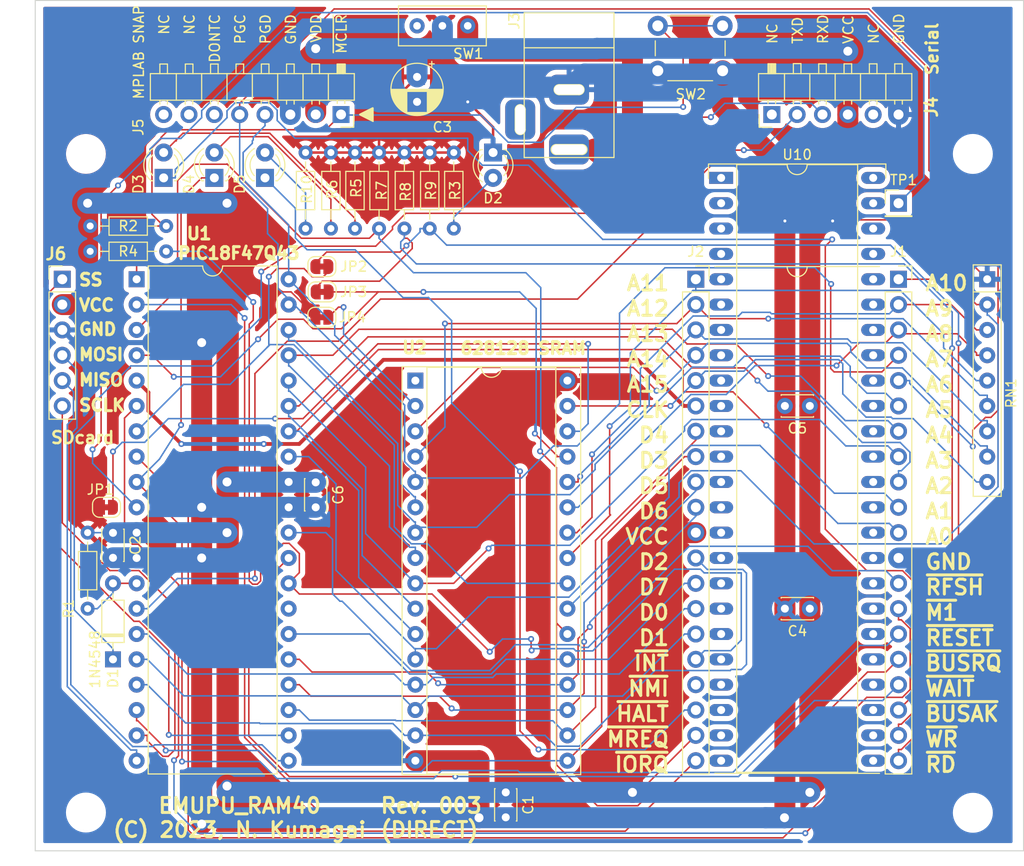
<source format=kicad_pcb>
(kicad_pcb (version 20221018) (generator pcbnew)
  (title_block (title "EMUPU_RAM40 (DIRECT)") (date "2023-05-15") (rev "003 (DIRECT)"))
  (layers (0 "F.Cu" signal) (31 "B.Cu" signal) (34 "B.Paste" user) (35 "F.Paste" user) (36 "B.SilkS" user "B.Silkscreen") (37 "F.SilkS" user "F.Silkscreen") (38 "B.Mask" user) (39 "F.Mask" user) (44 "Edge.Cuts" user))
  (net 0 "")
  (net 1 "VCC")
  (net 2 "Net-(D1-A)")
  (net 3 "Net-(J5-Pin_1)")
  (net 4 "Net-(D2-A)")
  (net 5 "Net-(D5-A)")
  (net 6 "GND")
  (net 7 "Net-(D4-A)")
  (net 8 "/~{IORQ}")
  (net 9 "/~{MREQ}")
  (net 10 "Net-(D3-A)")
  (net 11 "/CLK")
  (net 12 "Net-(J2-Pin_1)")
  (net 13 "/~{RD}")
  (net 14 "/~{BUSRQ}")
  (net 15 "/~{RESET}")
  (net 16 "Net-(J2-Pin_2)")
  (net 17 "Net-(J4-Pin_2)")
  (net 18 "/D0")
  (net 19 "/D1")
  (net 20 "/D2")
  (net 21 "/D3")
  (net 22 "/A8")
  (net 23 "/A9")
  (net 24 "/A10")
  (net 25 "Net-(J2-Pin_3)")
  (net 26 "/D4")
  (net 27 "/D5")
  (net 28 "/D6")
  (net 29 "/D7")
  (net 30 "Net-(J2-Pin_4)")
  (net 31 "Net-(J2-Pin_5)")
  (net 32 "/~{WAIT}")
  (net 33 "/~{RFSH}")
  (net 34 "/A0")
  (net 35 "/A1")
  (net 36 "/A2")
  (net 37 "/A3")
  (net 38 "/A4")
  (net 39 "/A5")
  (net 40 "/A6")
  (net 41 "/A7")
  (net 43 "Net-(D1-K)")
  (net 44 "/~{M1}")
  (net 45 "/~{BUSAK}")
  (net 46 "/~{WR}")
  (net 47 "/~{HALT}")
  (net 49 "Net-(SW1-C)")
  (net 56 "/~{INT}")
  (net 57 "/~{NMI}")
  (net 58 "Net-(JP3-B)")
  (net 59 "Net-(JP2-B)")
  (net 60 "/TEST")
  (net 61 "/SCLK")
  (net 62 "/MISO")
  (net 63 "/MOSI")
  (net 64 "/SS")
  (net 66 "Net-(JP4-A)")
  (net 67 "Net-(JP1-A)")
  (footprint "Resistor_THT:R_Axial_DIN0204_L3.6mm_D1.6mm_P7.62mm_Horizontal" (layer "F.Cu") (at 124.46 81.28 -90)
    (fp_text reference "R7")
    (fp_text value "10k")
  )
  (footprint "Resistor_THT:R_Axial_DIN0204_L3.6mm_D1.6mm_P7.62mm_Horizontal" (layer "F.Cu") (at 122.047 81.28 -90)
    (fp_text reference "R5")
    (fp_text value "1.5k")
  )
  (footprint "Jumper:SolderJumper-2_P1.3mm_Bridged_RoundedPad1.0x1.5mm" (layer "F.Cu") (at 97.14 116.84 180)
    (fp_text reference "JP1")
    (fp_text value "SolderJumper_2_Bridged")
  )
  (footprint "Package_DIP:DIP-40_W15.24mm" (layer "F.Cu") (at 100.16 93.98)
    (fp_text reference "U1")
    (fp_text value "PIC18F47Q43-IP")
  )
  (footprint "Jumper:SolderJumper-2_P1.3mm_Bridged_RoundedPad1.0x1.5mm" (layer "F.Cu") (at 118.73 92.71)
    (fp_text reference "JP2")
    (fp_text value "SolderJumper_2_Bridged" hide)
  )
  (footprint "Connector_PinHeader_2.54mm:PinHeader_1x06_P2.54mm_Vertical" (layer "F.Cu") (at 92.71 93.98)
    (fp_text reference "J6")
    (fp_text value "Conn_01x06_Pin")
  )
  (footprint "Resistor_THT:R_Axial_DIN0204_L3.6mm_D1.6mm_P7.62mm_Horizontal" (layer "F.Cu") (at 95.504 91.186)
    (fp_text reference "R4")
    (fp_text value "10k")
  )
  (footprint "0-Project:BARREL_JACK" (layer "F.Cu") (at 143.509 74.993 -90)
    (fp_text reference "J3")
    (fp_text value "Barrel_Jack_Switch")
  )
  (footprint "Connector_PinSocket_2.54mm:PinSocket_1x20_P2.54mm_Vertical" (layer "F.Cu") (at 176.53 93.98)
    (fp_text reference "J1")
    (fp_text value "Conn_01x20_Socket")
  )
  (footprint "Resistor_THT:R_Axial_DIN0204_L3.6mm_D1.6mm_P7.62mm_Horizontal" (layer "F.Cu") (at 117.094 81.28 -90)
    (fp_text reference "R10")
    (fp_text value "1.5k")
  )
  (footprint "MountingHole:MountingHole_3.5mm" (layer "F.Cu") (at 183.98 81.42)
    (fp_text reference "H6" hide)
    (fp_text value "MountingHole")
  )
  (footprint "Resistor_THT:R_Axial_DIN0204_L3.6mm_D1.6mm_P7.62mm_Horizontal" (layer "F.Cu") (at 127 81.28 -90)
    (fp_text reference "R8")
    (fp_text value "10k")
  )
  (footprint "0-Project:PowerSW_for_SBC_series" (layer "F.Cu") (at 130.81 68.58 180)
    (fp_text reference "SW1")
    (fp_text value "SW_SPDT")
  )
  (footprint "Resistor_THT:R_Axial_DIN0204_L3.6mm_D1.6mm_P7.62mm_Horizontal" (layer "F.Cu") (at 131.953 81.28 -90)
    (fp_text reference "R3")
    (fp_text value "1.5k")
  )
  (footprint "Connector_PinHeader_2.54mm:PinHeader_1x01_P2.54mm_Vertical" (layer "F.Cu") (at 176.53 86.36)
    (fp_text reference "TP1")
    (fp_text value "TEST")
  )
  (footprint "LED_THT:LED_D3.0mm" (layer "F.Cu") (at 113.03 83.82 90)
    (fp_text reference "D5")
    (fp_text value "HALT")
  )
  (footprint "Resistor_THT:R_Axial_DIN0204_L3.6mm_D1.6mm_P7.62mm_Horizontal" (layer "F.Cu") (at 129.54 81.28 -90)
    (fp_text reference "R9")
    (fp_text value "10k")
  )
  (footprint "Resistor_THT:R_Axial_DIN0204_L3.6mm_D1.6mm_P7.62mm_Horizontal" (layer "F.Cu") (at 119.634 81.28 -90)
    (fp_text reference "R6")
    (fp_text value "1.5k")
  )
  (footprint "MountingHole:MountingHole_3.5mm" (layer "F.Cu") (at 95.08 147.4346)
    (fp_text reference "H2" hide)
    (fp_text value "MountingHole")
  )
  (footprint "Connector_PinSocket_2.54mm:PinSocket_1x20_P2.54mm_Vertical" (layer "F.Cu") (at 156.21 93.98)
    (fp_text reference "J2")
    (fp_text value "Conn_01x20_Socket")
  )
  (footprint "Diode_THT:D_DO-35_SOD27_P7.62mm_Horizontal" (layer "F.Cu") (at 97.79 132.08 90)
    (fp_text reference "D1")
    (fp_text value "1N4148")
  )
  (footprint "Jumper:SolderJumper-2_P1.3mm_Bridged_RoundedPad1.0x1.5mm" (layer "F.Cu") (at 118.73 97.79 180)
    (fp_text reference "JP4")
    (fp_text value "SolderJumper_2_Bridged")
  )
  (footprint "0-Project:SW_PUSH_6mm_H4.3mm" (layer "F.Cu") (at 152.4 68.58)
    (fp_text reference "SW2")
    (fp_text value "SW_SPST")
  )
  (footprint "0-Project:DIP-48_W15.24mm_Socket_OvalPad_splitcouryard" (layer "F.Cu") (at 158.75 83.82)
    (fp_text reference "U10")
    (fp_text value "DIP-48_W15.24mm_Socket_OvalPad_nocourtyard")
  )
  (footprint "0-Project:PinHeader_1x06_P2.54mm_Horizontal_NoFeet" (layer "F.Cu") (at 163.83 77.47 90)
    (fp_text reference "J4")
    (fp_text value "Conn_01x06_Pin")
  )
  (footprint "0-Project:PinHeader_1x08_P2.54mm_Rev_Horizontal_Nofoot" (layer "F.Cu") (at 102.804 77.4896 90)
    (fp_text reference "J5")
    (fp_text value "Conn_01x08_Pin")
  )
  (footprint "Capacitor_THT:C_Disc_D3.0mm_W2.0mm_P2.50mm" (layer "F.Cu") (at 167.64 127 180)
    (fp_text reference "C4")
    (fp_text value "0.1uF")
  )
  (footprint "Package_DIP:DIP-32_W15.24mm_Socket" (layer "F.Cu") (at 128.1 104.14)
    (fp_text reference "U2")
    (fp_text value "628128")
  )
  (footprint "Capacitor_THT:C_Disc_D3.0mm_W2.0mm_P2.50mm" (layer "F.Cu") (at 97.79 119.4 -90)
    (fp_text reference "C2")
    (fp_text value "0.1uF")
  )
  (footprint "Capacitor_THT:C_Disc_D3.0mm_W2.0mm_P2.50mm" (layer "F.Cu") (at 118.11 114.34 -90)
    (fp_text reference "C6")
    (fp_text value "0.1uF")
  )
  (footprint "Capacitor_THT:CP_Radial_D5.0mm_P2.50mm" (layer "F.Cu") (at 128.27 73.7 -90)
    (fp_text reference "C3")
    (fp_text value "10uF")
  )
  (footprint "LED_THT:LED_D3.0mm" (layer "F.Cu") (at 107.95 83.82 90)
    (fp_text reference "D4")
    (fp_text value "RESET")
  )
  (footprint "LED_THT:LED_D3.0mm" (layer "F.Cu") (at 135.89 81.28 -90)
    (fp_text reference "D2")
    (fp_text value "LED")
  )
  (footprint "Resistor_THT:R_Axial_DIN0204_L3.6mm_D1.6mm_P7.62mm_Horizontal" (layer "F.Cu") (at 95.504 88.646)
    (fp_text reference "R2")
    (fp_text value "10k")
  )
  (footprint "Resistor_THT:R_Axial_DIN0204_L3.6mm_D1.6mm_P7.62mm_Horizontal" (layer "F.Cu") (at 95.25 119.38 -90)
    (fp_text reference "R1")
    (fp_text value "10k")
  )
  (footprint "LED_THT:LED_D3.0mm" (layer "F.Cu") (at 102.87 83.82 90)
    (fp_text reference "D3")
    (fp_text value "BUSAK")
  )
  (footprint "MountingHole:MountingHole_3.5mm" (layer "F.Cu") (at 183.98 147.46)
    (fp_text reference "H4" hide)
    (fp_text value "MountingHole")
  )
  (footprint "MountingHole:MountingHole_3.5mm" (layer "F.Cu") (at 95.08 81.42)
    (fp_text reference "H5" hide)
    (fp_text value "MountingHole")
  )
  (footprint "Capacitor_THT:C_Disc_D3.0mm_W2.0mm_P2.50mm" (layer "F.Cu") (at 167.64 106.68 180)
    (fp_text reference "C5")
    (fp_text value "0.1uF")
  )
  (footprint "Jumper:SolderJumper-2_P1.3mm_Bridged_RoundedPad1.0x1.5mm" (layer "F.Cu") (at 118.76 95.25)
    (fp_text reference "JP3")
    (fp_text value "SolderJumper_2_Bridged" hide)
  )
  (footprint "Capacitor_THT:C_Disc_D3.0mm_W2.0mm_P2.50mm" (layer "F.Cu") (at 137.16 145.415 -90)
    (fp_text reference "C1")
    (fp_text value "0.1uF")
  )
  (footprint "Resistor_THT:R_Array_SIP9" (layer "F.Cu") (at 185.42 93.98 -90)
    (fp_text reference "RN1")
    (fp_text value "R_Network08")
  )
  (gr_poly (pts (xy 122.555 77.47) (xy 123.825 76.835) (xy 123.825 78.105)) (stroke (width 0.2)) (fill solid) (layer "F.SilkS"))
  (gr_line (start 90 151.27) (end 90 66.04) (stroke (width 0.1)) (layer "Edge.Cuts"))
  (gr_line (start 189.06 66.04) (end 189.06 151.27) (stroke (width 0.1)) (layer "Edge.Cuts"))
  (gr_line (start 189.06 66.04) (end 90 66.04) (stroke (width 0.1)) (layer "Edge.Cuts"))
  (gr_line (start 189.06 151.27) (end 90 151.27) (stroke (width 0.1)) (layer "Edge.Cuts"))
  (gr_text "D7" (at 153.67 125.73) (layer "F.SilkS") (effects (font (size 1.5 1.5) (thickness 0.3) bold) (justify right bottom)))
  (gr_text "~{BUSRQ}" (at 179.07 133.35) (layer "F.SilkS") (effects (font (size 1.5 1.5) (thickness 0.3) bold) (justify left bottom)))
  (gr_text "A13" (at 153.67 100.33) (layer "F.SilkS") (effects (font (size 1.5 1.5) (thickness 0.3) bold) (justify right bottom)))
  (gr_text "EMUPU_RAM40\n(C) 2023, N. Kumagai" (at 110.49 147.955) (layer "F.SilkS") (effects (font (size 1.5 1.5) (thickness 0.3) bold)))
  (gr_text "~{HALT}" (at 153.67 138.43) (layer "F.SilkS") (effects (font (size 1.5 1.5) (thickness 0.3) bold) (justify right bottom)))
  (gr_text "SCLK" (at 94.234 107.315) (layer "F.SilkS") (effects (font (size 1.2 1.2) (thickness 0.3) bold) (justify left bottom)))
  (gr_text "DONTC" (at 108.585 67.31 90) (layer "F.SilkS") (effects (font (size 1 1)) (justify right bottom)))
  (gr_text "NC" (at 174.625 70.485 90) (layer "F.SilkS") (effects (font (size 1 1)) (justify left bottom)))
  (gr_text "A11" (at 153.67 95.25) (layer "F.SilkS") (effects (font (size 1.5 1.5) (thickness 0.3) bold) (justify right bottom)))
  (gr_text "A4" (at 179.07 110.49) (layer "F.SilkS") (effects (font (size 1.5 1.5) (thickness 0.3) bold) (justify left bottom)))
  (gr_text "~{M1}" (at 179.07 128.27) (layer "F.SilkS") (effects (font (size 1.5 1.5) (thickness 0.3) bold) (justify left bottom)))
  (gr_text "~{INT}" (at 153.67 133.35) (layer "F.SilkS") (effects (font (size 1.5 1.5) (thickness 0.3) bold) (justify right bottom)))
  (gr_text "NC" (at 106.045 67.31 90) (layer "F.SilkS") (effects (font (size 1 1)) (justify right bottom)))
  (gr_text "~{NMI}" (at 153.67 135.89) (layer "F.SilkS") (effects (font (size 1.5 1.5) (thickness 0.3) bold) (justify right bottom)))
  (gr_text "A7" (at 179.07 102.87) (layer "F.SilkS") (effects (font (size 1.5 1.5) (thickness 0.3) bold) (justify left bottom)))
  (gr_text "PGD" (at 113.665 67.31 90) (layer "F.SilkS") (effects (font (size 1 1)) (justify right bottom)))
  (gr_text "Serial" (at 180.594 73.66 90) (layer "F.SilkS") (effects (font (size 1.2 1.2) (thickness 0.25) bold) (justify left bottom)))
  (gr_text "~{BUSAK}" (at 179.07 138.43) (layer "F.SilkS") (effects (font (size 1.5 1.5) (thickness 0.3) bold) (justify left bottom)))
  (gr_text "VCC" (at 153.67 120.65) (layer "F.SilkS") (effects (font (size 1.5 1.5) (thickness 0.3) bold) (justify right bottom)))
  (gr_text "GND" (at 177.165 70.485 90) (layer "F.SilkS") (effects (font (size 1 1)) (justify left bottom)))
  (gr_text "D0" (at 153.67 128.27) (layer "F.SilkS") (effects (font (size 1.5 1.5) (thickness 0.3) bold) (justify right bottom)))
  (gr_text "~{WAIT}" (at 179.07 135.89) (layer "F.SilkS") (effects (font (size 1.5 1.5) (thickness 0.3) bold) (justify left bottom)))
  (gr_text "A0" (at 179.07 120.65) (layer "F.SilkS") (effects (font (size 1.5 1.5) (thickness 0.3) bold) (justify left bottom)))
  (gr_text "Rev. 003\n(DIRECT)" (at 124.46 147.955) (layer "F.SilkS") (effects (font (size 1.5 1.5) (thickness 0.3) bold) (justify left)))
  (gr_text "VCC" (at 94.234 97.282) (layer "F.SilkS") (effects (font (size 1.2 1.2) (thickness 0.3) bold) (justify left bottom)))
  (gr_text "GND" (at 94.234 99.695) (layer "F.SilkS") (effects (font (size 1.2 1.2) (thickness 0.3) bold) (justify left bottom)))
  (gr_text "~{RFSH}" (at 179.07 125.73) (layer "F.SilkS") (effects (font (size 1.5 1.5) (thickness 0.3) bold) (justify left bottom)))
  (gr_text "VCC" (at 172.085 70.485 90) (layer "F.SilkS") (effects (font (size 1 1)) (justify left bottom)))
  (gr_text "D5" (at 153.67 115.57) (layer "F.SilkS") (effects (font (size 1.5 1.5) (thickness 0.3) bold) (justify right bottom)))
  (gr_text "MISO" (at 94.234 104.775) (layer "F.SilkS") (effects (font (size 1.2 1.2) (thickness 0.3) bold) (justify left bottom)))
  (gr_text "A12" (at 153.67 97.79) (layer "F.SilkS") (effects (font (size 1.5 1.5) (thickness 0.3) bold) (justify right bottom)))
  (gr_text "A8" (at 179.07 100.33) (layer "F.SilkS") (effects (font (size 1.5 1.5) (thickness 0.3) bold) (justify left bottom)))
  (gr_text "~{WR}" (at 179.07 140.97) (layer "F.SilkS") (effects (font (size 1.5 1.5) (thickness 0.3) bold) (justify left bottom)))
  (gr_text "D2" (at 153.67 123.19) (layer "F.SilkS") (effects (font (size 1.5 1.5) (thickness 0.3) bold) (justify right bottom)))
  (gr_text "A14" (at 153.67 102.87) (layer "F.SilkS") (effects (font (size 1.5 1.5) (thickness 0.3) bold) (justify right bottom)))
  (gr_text "A6" (at 179.07 105.41) (layer "F.SilkS") (effects (font (size 1.5 1.5) (thickness 0.3) bold) (justify left bottom)))
  (gr_text "GND" (at 116.205 67.31 90) (layer "F.SilkS") (effects (font (size 1 1)) (justify right bottom)))
  (gr_text "A2" (at 179.07 115.57) (layer "F.SilkS") (effects (font (size 1.5 1.5) (thickness 0.3) bold) (justify left bottom)))
  (gr_text "A9" (at 179.07 97.79) (layer "F.SilkS") (effects (font (size 1.5 1.5) (thickness 0.3) bold) (justify left bottom)))
  (gr_text "~{MREQ}" (at 153.67 140.97) (layer "F.SilkS") (effects (font (size 1.5 1.5) (thickness 0.3) bold) (justify right bottom)))
  (gr_text "628128 SRAM" (at 132.461 101.6) (layer "F.SilkS") (effects (font (size 1.2 1.2) (thickness 0.3) bold) (justify left bottom)))
  (gr_text "A10" (at 179.07 95.25) (layer "F.SilkS") (effects (font (size 1.5 1.5) (thickness 0.3) bold) (justify left bottom)))
  (gr_text "GND" (at 179.07 123.19) (layer "F.SilkS") (effects (font (size 1.5 1.5) (thickness 0.3) bold) (justify left bottom)))
  (gr_text "MOSI" (at 94.234 102.235) (layer "F.SilkS") (effects (font (size 1.2 1.2) (thickness 0.3) bold) (justify left bottom)))
  (gr_text "D1" (at 153.67 130.81) (layer "F.SilkS") (effects (font (size 1.5 1.5) (thickness 0.3) bold) (justify right bottom)))
  (gr_text "~{RD}" (at 179.07 143.51) (layer "F.SilkS") (effects (font (size 1.5 1.5) (thickness 0.3) bold) (justify left bottom)))
  (gr_text "MPLAB SNAP" (at 100.965 76.03 90) (layer "F.SilkS") (effects (font (size 1 1)) (justify left bottom)))
  (gr_text "D6" (at 153.67 118.11) (layer "F.SilkS") (effects (font (size 1.5 1.5) (thickness 0.3) bold) (justify right bottom)))
  (gr_text "~{MCLR}" (at 121.285 67.31 90) (layer "F.SilkS") (effects (font (size 1 1)) (justify right bottom)))
  (gr_text "TXD" (at 167.005 70.485 90) (layer "F.SilkS") (effects (font (size 1 1)) (justify left bottom)))
  (gr_text "~{RESET}" (at 179.07 130.81) (layer "F.SilkS") (effects (font (size 1.5 1.5) (thickness 0.3) bold) (justify left bottom)))
  (gr_text "PIC18F47Q43" (at 104.14 92.075) (layer "F.SilkS") (effects (font (size 1.2 1.2) (thickness 0.3) bold) (justify left bottom)))
  (gr_text "PGC" (at 111.125 67.31 90) (layer "F.SilkS") (effects (font (size 1 1)) (justify right bottom)))
  (gr_text "A5" (at 179.07 107.95) (layer "F.SilkS") (effects (font (size 1.5 1.5) (thickness 0.3) bold) (justify left bottom)))
  (gr_text "NC" (at 103.505 67.31 90) (layer "F.SilkS") (effects (font (size 1 1)) (justify right bottom)))
  (gr_text "NC" (at 164.465 70.485 90) (layer "F.SilkS") (effects (font (size 1 1)) (justify left bottom)))
  (gr_text "CLK" (at 153.67 107.95) (layer "F.SilkS") (effects (font (size 1.5 1.5) (thickness 0.3) bold) (justify right bottom)))
  (gr_text "~{IORQ}" (at 153.67 143.51) (layer "F.SilkS") (effects (font (size 1.5 1.5) (thickness 0.3) bold) (justify right bottom)))
  (gr_text "A1" (at 179.07 118.11) (layer "F.SilkS") (effects (font (size 1.5 1.5) (thickness 0.3) bold) (justify left bottom)))
  (gr_text "A3" (at 179.07 113.03) (layer "F.SilkS") (effects (font (size 1.5 1.5) (thickness 0.3) bold) (justify left bottom)))
  (gr_text "D3" (at 153.67 113.03) (layer "F.SilkS") (effects (font (size 1.5 1.5) (thickness 0.3) bold) (justify right bottom)))
  (gr_text "VDD" (at 118.745 67.31 90) (layer "F.SilkS") (effects (font (size 1 1)) (justify right bottom)))
  (gr_text "A15" (at 153.67 105.41) (layer "F.SilkS") (effects (font (size 1.5 1.5) (thickness 0.3) bold) (justify right bottom)))
  (gr_text "SDcard" (at 91.44 109.855) (layer "F.SilkS") (effects (font (size 1.2 1.2) (thickness 0.25) bold) (justify left)))
  (gr_text "RXD" (at 169.545 70.485 90) (layer "F.SilkS") (effects (font (size 1 1)) (justify left bottom)))
  (gr_text "SS" (at 94.234 94.742) (layer "F.SilkS") (effects (font (size 1.2 1.2) (thickness 0.3) bold) (justify left bottom)))
  (gr_text "D4" (at 153.67 110.49) (layer "F.SilkS") (effects (font (size 1.5 1.5) (thickness 0.3) bold) (justify right bottom)))
  (segment (start 171.45 77.47) (end 171.45 71.12) (width 2.1) (layer "F.Cu") (net 1))
  (segment (start 96.49 118.1) (end 97.79 119.4) (width 0.1524) (layer "F.Cu") (net 1))
  (segment (start 118.08 97.685094) (end 115.644906 95.25) (width 0.1524) (layer "F.Cu") (net 1))
  (segment (start 167.64 106.68) (end 167.64 82.55) (width 2.1) (layer "F.Cu") (net 1))
  (segment (start 117.094 81.28) (end 119.507 81.28) (width 0.25) (layer "F.Cu") (net 1))
  (segment (start 127 81.28) (end 129.54 81.28) (width 0.25) (layer "F.Cu") (net 1))
  (segment (start 167.64 82.55) (end 168.91 81.28) (width 2.1) (layer "F.Cu") (net 1))
  (segment (start 117.8812 97.5912) (end 118.08 97.79) (width 0.1524) (layer "F.Cu") (net 1))
  (segment (start 124.46 81.28) (end 127 81.28) (width 0.25) (layer "F.Cu") (net 1))
  (segment (start 124.46 77.51) (end 128.27 73.7) (width 0.25) (layer "F.Cu") (net 1))
  (segment (start 136.99 104.14) (end 137.16 145.415) (width 2.1) (layer "F.Cu") (net 1))
  (segment (start 109.22 119.38) (end 109.22 144.78) (width 2.1) (layer "F.Cu") (net 1))
  (segment (start 156.21 119.38) (end 149.86 119.38) (width 2.1) (layer "F.Cu") (net 1))
  (segment (start 118.07 114.3) (end 118.11 114.34) (width 0.1524) (layer "F.Cu") (net 1))
  (segment (start 167.64 127) (end 167.64 106.68) (width 2.1) (layer "F.Cu") (net 1))
  (segment (start 124.46 81.28) (end 124.46 77.51) (width 0.25) (layer "F.Cu") (net 1))
  (segment (start 115.4 114.3) (end 118.07 114.3) (width 0.1524) (layer "F.Cu") (net 1))
  (segment (start 167.64 145.415) (end 167.64 127) (width 2.1) (layer "F.Cu") (net 1))
  (segment (start 109.22 114.3) (end 109.22 96.012) (width 2.1) (layer "F.Cu") (net 1))
  (segment (start 118.11 70.866) (end 118.11 77.2701) (width 2.1) (layer "F.Cu") (net 1))
  (segment (start 96.49 116.84) (end 96.49 118.1) (width 0.1524) (layer "F.Cu") (net 1))
  (segment (start 109.22 96.012) (end 109.22 94.615) (width 2.1) (layer "F.Cu") (net 1))
  (segment (start 129.54 81.28) (end 131.953 81.28) (width 0.25) (layer "F.Cu") (net 1))
  (segment (start 109.22 94.615) (end 109.22 86.36) (width 2.1) (layer "F.Cu") (net 1))
  (segment (start 119.507 81.28) (end 121.92 81.28) (width 0.25) (layer "F.Cu") (net 1))
  (segment (start 109.22 114.3) (end 109.22 119.38) (width 2.1) (layer "F.Cu") (net 1))
  (segment (start 95.25 86.36) (end 95.25 96.52) (width 2.1) (layer "F.Cu") (net 1))
  (segment (start 115.644906 95.25) (end 109.855 95.25) (width 0.1524) (layer "F.Cu") (net 1))
  (segment (start 171.45 81.28) (end 171.45 77.47) (width 2.1) (layer "F.Cu") (net 1))
  (segment (start 95.25 96.52) (end 92.71 96.52) (width 2.1) (layer "F.Cu") (net 1))
  (segment (start 121.92 81.28) (end 124.46 81.28) (width 0.25) (layer "F.Cu") (net 1))
  (segment (start 118.08 98.1648) (end 118.08 97.79) (width 0.1524) (layer "F.Cu") (net 1))
  (segment (start 109.855 95.25) (end 109.22 94.615) (width 0.1524) (layer "F.Cu") (net 1))
  (segment (start 118.08 97.79) (end 118.08 97.685094) (width 0.1524) (layer "F.Cu") (net 1))
  (segment (start 109.22 96.012) (end 109.982 96.012) (width 0.1524) (layer "F.Cu") (net 1))
  (segment (start 168.91 81.28) (end 171.45 81.28) (width 2.1) (layer "F.Cu") (net 1))
  (segment (start 149.86 119.38) (end 149.86 145.415) (width 2.1) (layer "F.Cu") (net 1))
  (segment (start 143.34 104.14) (end 136.99 104.14) (width 2.1) (layer "F.Cu") (net 1))
  (via (at 95.25 86.36) (size 1.27) (drill 0.9) (layers "F.Cu" "B.Cu") (net 1))
  (via (at 167.64 145.415) (size 1.27) (drill 0.9) (layers "F.Cu" "B.Cu") (net 1))
  (via (at 109.22 86.36) (size 1.27) (drill 0.9) (layers "F.Cu" "B.Cu") (net 1))
  (via (at 109.22 119.38) (size 1.27) (drill 0.9) (layers "F.Cu" "B.Cu") (net 1))
  (via (at 109.22 144.78) (size 1.27) (drill 0.9) (layers "F.Cu" "B.Cu") (net 1))
  (via (at 149.86 145.415) (size 1.27) (drill 0.9) (layers "F.Cu" "B.Cu") (net 1))
  (via (at 171.45 71.12) (size 1.27) (drill 0.9) (layers "F.Cu" "B.Cu") (net 1))
  (via (at 118.11 70.866) (size 1.27) (drill 0.9) (layers "F.Cu" "B.Cu") (net 1))
  (via (at 109.22 114.3) (size 1.27) (drill 0.9) (layers "F.Cu" "B.Cu") (net 1))
  (segment (start 100.16 119.38) (end 97.79 119.4) (width 2.1) (layer "B.Cu") (net 1))
  (segment (start 146.2745 70.866) (end 146.3055 70.835) (width 2.1) (layer "B.Cu") (net 1))
  (segment (start 171.165 70.835) (end 171.45 71.12) (width 2.1) (layer "B.Cu") (net 1))
  (segment (start 118.11 114.34) (end 109.22 114.3) (width 2.1) (layer "B.Cu") (net 1))
  (segment (start 100.16 119.38) (end 109.22 119.38) (width 2.1) (layer "B.Cu") (net 1))
  (segment (start 97.77 119.38) (end 97.79 119.4) (width 0.1524) (layer "B.Cu") (net 1))
  (segment (start 95.25 119.38) (end 97.77 119.38) (width 0.1524) (layer "B.Cu") (net 1))
  (segment (start 109.22 145.415) (end 137.16 145.415) (width 2.1) (layer "B.Cu") (net 1))
  (segment (start 149.86 145.415) (end 167.64 145.415) (width 2.1) (layer "B.Cu") (net 1))
  (segment (start 146.3055 70.835) (end 171.165 70.835) (width 2.1) (layer "B.Cu") (net 1))
  (segment (start 109.22 86.36) (end 95.25 86.36) (width 2.1) (layer "B.Cu") (net 1))
  (segment (start 130.81 68.58) (end 130.81 70.866) (width 2.1) (layer "B.Cu") (net 1))
  (segment (start 137.16 145.415) (end 149.86 145.415) (width 2.1) (layer "B.Cu") (net 1))
  (segment (start 128.27 70.866) (end 128.27 73.7) (width 2.1) (layer "B.Cu") (net 1))
  (segment (start 118.11 70.866) (end 146.2745 70.866) (width 2.1) (layer "B.Cu") (net 1))
  (segment (start 97.79 124.46) (end 100.16 124.46) (width 0.1524) (layer "F.Cu") (net 2))
  (segment (start 97.79 124.46) (end 97.79 125.531) (width 0.1524) (layer "B.Cu") (net 2))
  (segment (start 97.79 125.531) (end 97.69 125.531) (width 0.1524) (layer "B.Cu") (net 2))
  (segment (start 97.69 125.531) (end 96.2213 127) (width 0.1524) (layer "B.Cu") (net 2))
  (segment (start 96.2213 127) (end 95.25 127) (width 0.1524) (layer "B.Cu") (net 2))
  (segment (start 103.378 78.994) (end 102.613336 79.758664) (width 0.1524) (layer "F.Cu") (net 3))
  (segment (start 101.6988 80.794873) (end 101.6988 87.4748) (width 0.1524) (layer "F.Cu") (net 3))
  (segment (start 100.16 90.34) (end 100.16 93.98) (width 0.1524) (layer "F.Cu") (net 3))
  (segment (start 102.87 88.646) (end 101.854 88.646) (width 0.1524) (layer "F.Cu") (net 3))
  (segment (start 101.6988 87.4748) (end 102.87 88.646) (width 0.1524) (layer "F.Cu") (net 3))
  (segment (start 101.854 88.646) (end 100.16 90.34) (width 0.1524) (layer "F.Cu") (net 3))
  (segment (start 102.613336 79.758664) (end 102.613336 79.880336) (width 0.1524) (layer "F.Cu") (net 3))
  (segment (start 119.126 78.994) (end 103.378 78.994) (width 0.1524) (layer "F.Cu") (net 3))
  (segment (start 120.65 77.47) (end 119.126 78.994) (width 0.1524) (layer "F.Cu") (net 3))
  (segment (start 154.94 74.9595) (end 154.94 71.12) (width 0.1524) (layer "F.Cu") (net 3))
  (segment (start 154.94 71.12) (end 152.4 68.58) (width 0.1524) (layer "F.Cu") (net 3))
  (segment (start 102.613336 79.880336) (end 101.6988 80.794873) (width 0.1524) (layer "F.Cu") (net 3))
  (segment (start 154.94 76.708) (end 154.94 74.9595) (width 0.1524) (layer "F.Cu") (net 3))
  (via (at 154.94 76.708) (size 0.6) (drill 0.3) (layers "F.Cu" "B.Cu") (net 3))
  (segment (start 137.3992 80.2492) (end 140.7308 80.2492) (width 0.1524) (layer "B.Cu") (net 3))
  (segment (start 120.7012 77.5212) (end 134.6712 77.5212) (width 0.1524) (layer "B.Cu") (net 3))
  (segment (start 154.8988 76.7492) (end 154.94 76.708) (width 0.1524) (layer "B.Cu") (net 3))
  (segment (start 140.7308 80.2492) (end 144.2308 76.7492) (width 0.1524) (layer "B.Cu") (net 3))
  (segment (start 152.4 68.58) (end 158.9 68.58) (width 0.1524) (layer "B.Cu") (net 3))
  (segment (start 120.65 77.47) (end 120.7012 77.5212) (width 0.1524) (layer "B.Cu") (net 3))
  (segment (start 134.6712 77.5212) (end 137.3992 80.2492) (width 0.1524) (layer "B.Cu") (net 3))
  (segment (start 144.2308 76.7492) (end 145.7548 76.7492) (width 0.1524) (layer "B.Cu") (net 3))
  (segment (start 145.7548 76.7492) (end 154.8988 76.7492) (width 0.1524) (layer "B.Cu") (net 3))
  (segment (start 135.89 83.82) (end 131.953 87.757) (width 0.1524) (layer "B.Cu") (net 4))
  (segment (start 131.953 87.757) (end 131.953 88.9) (width 0.1524) (layer "B.Cu") (net 4))
  (segment (start 117.094 85.344) (end 117.094 88.9) (width 0.1524) (layer "B.Cu") (net 5))
  (segment (start 113.03 81.28) (end 117.094 85.344) (width 0.1524) (layer "B.Cu") (net 5))
  (segment (start 106.68 116.84) (end 106.68 121.92) (width 2.1) (layer "F.Cu") (net 6))
  (segment (start 179.4688 88.0288) (end 170.0352 88.0288) (width 0.1524) (layer "F.Cu") (net 6))
  (segment (start 165.14 127) (end 165.14 106.68) (width 2.1) (layer "F.Cu") (net 6))
  (segment (start 106.68 116.84) (end 106.68 100.33) (width 2.1) (layer "F.Cu") (net 6))
  (segment (start 165.14 82.97) (end 158.9 76.73) (width 2.1) (layer "F.Cu") (net 6))
  (segment (start 165.14 106.68) (end 165.14 88.138) (width 2.1) (layer "F.Cu") (net 6))
  (segment (start 170.0352 88.0288) (end 169.926 88.138) (width 0.1524) (layer "F.Cu") (net 6))
  (segment (start 185.42 93.98) (end 179.4688 88.0288) (width 0.1524) (layer "F.Cu") (net 6))
  (segment (start 158.9 76.73) (end 158.9 73.08) (width 2.1) (layer "F.Cu") (net 6))
  (segment (start 165.1 147.955) (end 165.14 147.28) (width 2.1) (layer "F.Cu") (net 6))
  (segment (start 106.68 121.92) (end 106.68 148.59) (width 2.1) (layer "F.Cu") (net 6))
  (segment (start 134.48 147.955) (end 134.48 142.24) (width 2.1) (layer "F.Cu") (net 6))
  (segment (start 135.89 81.28) (end 135.89 78.74) (width 0.25) (layer "F.Cu") (net 6))
  (segment (start 165.14 88.138) (end 165.14 82.97) (width 2.1) (layer "F.Cu") (net 6))
  (segment (start 134.48 142.24) (end 128.1 142.24) (width 2.1) (layer "F.Cu") (net 6))
  (segment (start 135.89 78.74) (end 133.35 76.2) (width 0.25) (layer "F.Cu") (net 6))
  (segment (start 165.14 147.28) (end 165.14 127) (width 2.1) (layer "F.Cu") (net 6))
  (via (at 133.35 76.2) (size 0.6) (drill 0.3) (layers "F.Cu" "B.Cu") (net 6))
  (via (at 106.68 100.33) (size 1.27) (drill 0.9) (layers "F.Cu" "B.Cu") (net 6))
  (via (at 106.68 121.92) (size 1.27) (drill 0.9) (layers "F.Cu" "B.Cu") (net 6))
  (via (at 106.68 148.59) (size 1.27) (drill 0.9) (layers "F.Cu" "B.Cu") (net 6))
  (via (at 106.68 116.84) (size 1.27) (drill 0.9) (layers "F.Cu" "B.Cu") (net 6))
  (via (at 169.926 88.138) (size 0.6) (drill 0.3) (layers "F.Cu" "B.Cu") (net 6))
  (via (at 165.14 88.138) (size 0.6) (drill 0.3) (layers "F.Cu" "B.Cu") (net 6))
  (via (at 134.48 147.955) (size 1.27) (drill 0.9) (layers "F.Cu" "B.Cu") (net 6))
  (via (at 165.1 147.955) (size 1.27) (drill 0.9) (layers "F.Cu" "B.Cu") (net 6))
  (segment (start 115.4 116.84) (end 106.68 116.84) (width 2.1) (layer "B.Cu") (net 6))
  (segment (start 134.817 74.733) (end 139.415 74.733) (width 2.1) (layer "B.Cu") (net 6))
  (segment (start 124.46 76.2) (end 124.46 73.66) (width 2.1) (layer "B.Cu") (net 6))
  (segment (start 100.16 121.92) (end 106.68 121.92) (width 2.1) (layer "B.Cu") (net 6))
  (segment (start 143.265 74.733) (end 139.415 74.733) (width 2.1) (layer "B.Cu") (net 6))
  (segment (start 106.66 121.9) (end 106.68 121.92) (width 2.1) (layer "B.Cu") (net 6))
  (segment (start 133.35 76.2) (end 134.817 74.733) (width 2.1) (layer "B.Cu") (net 6))
  (segment (start 176.267 73.415) (end 176.53 73.678) (width 2.1) (layer "B.Cu") (net 6))
  (segment (start 176.53 73.678) (end 176.53 77.47) (width 2.1) (layer "B.Cu") (net 6))
  (segment (start 128.27 76.2) (end 124.46 76.2) (width 2.1) (layer "B.Cu") (net 6))
  (segment (start 118.11 116.84) (end 115.4 116.84) (width 2.1) (layer "B.Cu") (net 6))
  (segment (start 139.415 74.733) (end 143.265 74.733) (width 2.1) (layer "B.Cu") (net 6))
  (segment (start 169.926 88.138) (end 165.14 88.138) (width 0.1524) (layer "B.Cu") (net 6))
  (segment (start 175.895 147.955) (end 182.88 140.97) (width 2.1) (layer "B.Cu") (net 6))
  (segment (start 93.98 100.33) (end 101.782 100.33) (width 0.508) (layer "B.Cu") (net 6))
  (segment (start 165.1 147.955) (end 163.195 147.955) (width 2.1) (layer "B.Cu") (net 6))
  (segment (start 182.88 140.97) (end 182.88 121.92) (width 2.1) (layer "B.Cu") (net 6))
  (segment (start 124.46 73.66) (end 115.57 73.66) (width 2.1) (layer "B.Cu") (net 6))
  (segment (start 163.195 147.955) (end 134.48 147.955) (width 2.1) (layer "B.Cu") (net 6))
  (segment (start 128.27 76.2) (end 133.35 76.2) (width 2.1) (layer "B.Cu") (net 6))
  (segment (start 143.265 74.733) (end 143.51 74.978) (width 2.1) (layer "B.Cu") (net 6))
  (segment (start 145.073 73.415) (end 176.267 73.415) (width 2.1) (layer "B.Cu") (net 6))
  (segment (start 106.68 100.33) (end 101.782 100.33) (width 2.1) (layer "B.Cu") (net 6))
  (segment (start 115.57 73.66) (end 115.57 77.47) (width 2.1) (layer "B.Cu") (net 6))
  (segment (start 163.195 147.955) (end 165.1 147.955) (width 2.1) (layer "B.Cu") (net 6))
  (segment (start 165.1 147.955) (end 175.895 147.955) (width 2.1) (layer "B.Cu") (net 6))
  (segment (start 143.51 74.978) (end 145.073 73.415) (width 2.1) (layer "B.Cu") (net 6))
  (segment (start 92.71 99.06) (end 93.98 100.33) (width 0.508) (layer "B.Cu") (net 6))
  (segment (start 106.68 147.955) (end 134.48 147.955) (width 2.1) (layer "B.Cu") (net 6))
  (segment (start 182.88 121.92) (end 176.53 121.92) (width 2.1) (layer "B.Cu") (net 6))
  (segment (start 97.79 121.9) (end 106.66 121.9) (width 2.1) (layer "B.Cu") (net 6))
  (segment (start 109.5412 79.6888) (end 113.360502 79.6888) (width 0.1524) (layer "F.Cu") (net 7))
  (segment (start 107.95 81.28) (end 109.5412 79.6888) (width 0.1524) (layer "F.Cu") (net 7))
  (segment (start 119.634 85.962298) (end 119.634 88.9) (width 0.1524) (layer "F.Cu") (net 7))
  (segment (start 113.360502 79.6888) (end 119.634 85.962298) (width 0.1524) (layer "F.Cu") (net 7))
  (segment (start 110.986 139.906) (end 110.986 97.8724) (width 0.1524) (layer "F.Cu") (net 8))
  (segment (start 120.382 149.302) (end 110.986 139.906) (width 0.1524) (layer "F.Cu") (net 8))
  (segment (start 156.21 142.24) (end 149.148 149.302) (width 0.1524) (layer "F.Cu") (net 8))
  (segment (start 149.148 149.302) (end 120.382 149.302) (width 0.1524) (layer "F.Cu") (net 8))
  (via (at 110.986 97.8724) (size 0.6) (drill 0.3) (layers "F.Cu" "B.Cu") (net 8))
  (segment (start 109.634 96.52) (end 110.986 97.8724) (width 0.1524) (layer "B.Cu") (net 8))
  (segment (start 100.16 96.52) (end 109.634 96.52) (width 0.1524) (layer "B.Cu") (net 8))
  (segment (start 142.238 142.655) (end 142.238 128.644) (width 0.1524) (layer "F.Cu") (net 9))
  (segment (start 143.34 129.54) (end 142.341 128.541) (width 0.1524) (layer "F.Cu") (net 9))
  (segment (start 151.1812 144.7288) (end 151.1812 145.9618) (width 0.1524) (layer "F.Cu") (net 9))
  (segment (start 142.341 128.541) (end 142.24 128.44) (width 0.1524) (layer "F.Cu") (net 9))
  (segment (start 109.1918 82.4512) (end 105.8898 82.4512) (width 0.1524) (layer "F.Cu") (net 9))
  (segment (start 109.22 82.423) (end 109.1918 82.4512) (width 0.1524) (layer "F.Cu") (net 9))
  (segment (start 142.238 128.644) (end 142.341 128.541) (width 0.1524) (layer "F.Cu") (net 9))
  (segment (start 142.24 112.862) (end 140.604 111.225) (width 0.1524) (layer "F.Cu") (net 9))
  (segment (start 146.334 146.75) (end 142.238 142.655) (width 0.1524) (layer "F.Cu") (net 9))
  (segment (start 116.6682 89.8712) (end 109.22 82.423) (width 0.1524) (layer "F.Cu") (net 9))
  (segment (start 104.267 84.074) (end 104.267 94.953) (width 0.1524) (layer "F.Cu") (net 9))
  (segment (start 104.267 94.953) (end 100.16 99.06) (width 0.1524) (layer "F.Cu") (net 9))
  (segment (start 151.1812 145.9618) (end 150.393 146.75) (width 0.1524) (layer "F.Cu") (net 9))
  (segment (start 105.8898 82.4512) (end 104.267 84.074) (width 0.1524) (layer "F.Cu") (net 9))
  (segment (start 156.21 139.7) (end 151.1812 144.7288) (width 0.1524) (layer "F.Cu") (net 9))
  (segment (start 142.24 128.44) (end 142.24 112.862) (width 0.1524) (layer "F.Cu") (net 9))
  (segment (start 123.4888 89.8712) (end 116.6682 89.8712) (width 0.1524) (layer "F.Cu") (net 9))
  (segment (start 124.46 88.9) (end 123.4888 89.8712) (width 0.1524) (layer "F.Cu") (net 9))
  (segment (start 150.393 146.75) (end 146.334 146.75) (width 0.1524) (layer "F.Cu") (net 9))
  (via (at 140.604 111.225) (size 0.6) (drill 0.3) (layers "F.Cu" "B.Cu") (net 9))
  (segment (start 124.46 89.8713) (end 124.46 88.9) (width 0.1524) (layer "B.Cu") (net 9))
  (segment (start 140.67 111.159) (end 140.67 94.823) (width 0.1524) (layer "B.Cu") (net 9))
  (segment (start 139.169618 93.322618) (end 127.911382 93.322618) (width 0.1524) (layer "B.Cu") (net 9))
  (segment (start 140.604 111.225) (end 140.67 111.159) (width 0.1524) (layer "B.Cu") (net 9))
  (segment (start 127.911382 93.322618) (end 124.46 89.8713) (width 0.1524) (layer "B.Cu") (net 9))
  (segment (start 140.67 94.823) (end 139.169618 93.322618) (width 0.1524) (layer "B.Cu") (net 9))
  (segment (start 122.047 87.884) (end 122.047 88.9) (width 0.1524) (layer "F.Cu") (net 10))
  (segment (start 113.5044 79.3414) (end 122.047 87.884) (width 0.1524) (layer "F.Cu") (net 10))
  (segment (start 104.0412 80.1088) (end 104.14 80.1088) (width 0.1524) (layer "F.Cu") (net 10))
  (segment (start 104.8086 79.3414) (end 113.5044 79.3414) (width 0.1524) (layer "F.Cu") (net 10))
  (segment (start 104.14 80.01) (end 104.8086 79.3414) (width 0.1524) (layer "F.Cu") (net 10))
  (segment (start 104.14 80.1088) (end 104.14 80.01) (width 0.1524) (layer "F.Cu") (net 10))
  (segment (start 102.87 81.28) (end 104.0412 80.1088) (width 0.1524) (layer "F.Cu") (net 10))
  (segment (start 117.221 109.728) (end 116.459 110.49) (width 0.381) (layer "F.Cu") (net 11))
  (segment (start 104.648 110.49) (end 101.3455 107.1875) (width 0.381) (layer "F.Cu") (net 11))
  (segment (start 155.007919 106.68) (end 150.385419 102.0575) (width 0.381) (layer "F.Cu") (net 11))
  (segment (start 156.21 106.68) (end 155.007919 106.68) (width 0.381) (layer "F.Cu") (net 11))
  (segment (start 100.16 104.14) (end 101.2312 105.2112) (width 0.1524) (layer "F.Cu") (net 11))
  (segment (start 150.385419 102.0575) (end 124.8915 102.0575) (width 0.381) (layer "F.Cu") (net 11))
  (segment (start 101.3455 107.1875) (end 101.3455 105.3255) (width 0.381) (layer "F.Cu") (net 11))
  (segment (start 116.459 110.49) (end 112.903 110.49) (width 0.381) (layer "F.Cu") (net 11))
  (segment (start 101.3455 105.3255) (end 100.16 104.14) (width 0.381) (layer "F.Cu") (net 11))
  (segment (start 124.8915 102.0575) (end 117.221 109.728) (width 0.381) (layer "F.Cu") (net 11))
  (via (at 104.648 110.49) (size 0.6) (drill 0.3) (layers "F.Cu" "B.Cu") (net 11))
  (via (at 112.903 110.49) (size 0.6) (drill 0.3) (layers "F.Cu" "B.Cu") (net 11))
  (segment (start 112.903 110.49) (end 104.648 110.49) (width 0.381) (layer "B.Cu") (net 11))
  (segment (start 143.34 121.92) (end 147.658 117.602) (width 0.1524) (layer "F.Cu") (net 12))
  (segment (start 147.574 117.518) (end 147.574 108.712) (width 0.1524) (layer "F.Cu") (net 12))
  (segment (start 147.658 117.602) (end 147.574 117.518) (width 0.1524) (layer "F.Cu") (net 12))
  (via (at 147.574 108.712) (size 0.6) (drill 0.3) (layers "F.Cu" "B.Cu") (net 12))
  (segment (start 155.93 95.1013) (end 156.21 95.1013) (width 0.1524) (layer "B.Cu") (net 12))
  (segment (start 181.047 99.4477) (end 181.047 100.857) (width 0.1524) (layer "B.Cu") (net 12))
  (segment (start 176.701 95.1013) (end 181.047 99.4477) (width 0.1524) (layer "B.Cu") (net 12))
  (segment (start 156.21 93.98) (end 156.21 95.1013) (width 0.1524) (layer "B.Cu") (net 12))
  (segment (start 181.047 100.857) (end 184.33 104.14) (width 0.1524) (layer "B.Cu") (net 12))
  (segment (start 149.656 106.872) (end 149.656 101.375) (width 0.1524) (layer "B.Cu") (net 12))
  (segment (start 184.33 104.14) (end 185.42 104.14) (width 0.1524) (layer "B.Cu") (net 12))
  (segment (start 156.21 95.1013) (end 176.701 95.1013) (width 0.1524) (layer "B.Cu") (net 12))
  (segment (start 149.656 101.375) (end 155.93 95.1013) (width 0.1524) (layer "B.Cu") (net 12))
  (segment (start 147.574 108.712) (end 149.656 106.872) (width 0.1524) (layer "B.Cu") (net 12))
  (segment (start 176.81 141.119) (end 182.543 135.386) (width 0.1524) (layer "F.Cu") (net 13))
  (segment (start 119.202524 91.25394) (end 126.55994 91.25394) (width 0.1524) (layer "F.Cu") (net 13))
  (segment (start 176.53 142.24) (end 176.53 141.119) (width 0.1524) (layer "F.Cu") (net 13))
  (segment (start 182.543 135.386) (end 182.543 100.39) (width 0.1524) (layer "F.Cu") (net 13))
  (segment (start 118.08 92.71) (end 118.08 92.376464) (width 0.1524) (layer "F.Cu") (net 13))
  (segment (start 118.08 92.376464) (end 119.202524 91.25394) (width 0.1524) (layer "F.Cu") (net 13))
  (segment (start 127.203 90.6109) (end 126.55994 91.25394) (width 0.1524) (layer "F.Cu") (net 13))
  (segment (start 176.53 141.119) (end 176.81 141.119) (width 0.1524) (layer "F.Cu") (net 13))
  (via (at 127.203 90.6109) (size 0.6) (drill 0.3) (layers "F.Cu" "B.Cu") (net 13))
  (via (at 182.543 100.39) (size 0.6) (drill 0.3) (layers "F.Cu" "B.Cu") (net 13))
  (segment (start 129.578 88.9) (end 131.236 90.5581) (width 0.1524) (layer "B.Cu") (net 13))
  (segment (start 129.54 88.9) (end 129.578 88.9) (width 0.1524) (layer "B.Cu") (net 13))
  (segment (start 129.54 88.9) (end 128.569 88.9) (width 0.1524) (layer "B.Cu") (net 13))
  (segment (start 175.714 90.5581) (end 182.543 97.3869) (width 0.1524) (layer "B.Cu") (net 13))
  (segment (start 128.569 89.2451) (end 127.203 90.6109) (width 0.1524) (layer "B.Cu") (net 13))
  (segment (start 128.569 88.9) (end 128.569 89.2451) (width 0.1524) (layer "B.Cu") (net 13))
  (segment (start 182.543 97.3869) (end 182.543 100.39) (width 0.1524) (layer "B.Cu") (net 13))
  (segment (start 131.236 90.5581) (end 175.714 90.5581) (width 0.1524) (layer "B.Cu") (net 13))
  (segment (start 105.33 149.192) (end 106.11 149.971) (width 0.1524) (layer "F.Cu") (net 14))
  (segment (start 105.33 116.93) (end 105.33 149.192) (width 0.1524) (layer "F.Cu") (net 14))
  (segment (start 173.427 133.35) (end 175.26 133.35) (width 0.1524) (layer "F.Cu") (net 14))
  (segment (start 175.26 133.35) (end 176.53 132.08) (width 0.1524) (layer "F.Cu") (net 14))
  (segment (start 169.699 145.224) (end 169.699 137.078) (width 0.1524) (layer "F.Cu") (net 14))
  (segment (start 106.11 149.971) (end 164.953 149.971) (width 0.1524) (layer "F.Cu") (net 14))
  (segment (start 100.16 111.76) (end 105.33 116.93) (width 0.1524) (layer "F.Cu") (net 14))
  (segment (start 164.953 149.971) (end 169.699 145.224) (width 0.1524) (layer "F.Cu") (net 14))
  (segment (start 169.699 137.078) (end 173.427 133.35) (width 0.1524) (layer "F.Cu") (net 14))
  (segment (start 104.708 118.848) (end 104.708 142.321) (width 0.1524) (layer "F.Cu") (net 15))
  (segment (start 104.6144 108.585) (end 104.6144 85.8856) (width 0.1524) (layer "F.Cu") (net 15))
  (segment (start 104.6144 85.8856) (end 106.68 83.82) (width 0.1524) (layer "F.Cu") (net 15))
  (segment (start 106.68 83.82) (end 107.95 83.82) (width 0.1524) (layer "F.Cu") (net 15))
  (segment (start 100.16 114.3) (end 104.708 118.848) (width 0.1524) (layer "F.Cu") (net 15))
  (via (at 104.6144 108.585) (size 0.6) (drill 0.3) (layers "F.Cu" "B.Cu") (net 15))
  (via (at 104.708 142.321) (size 0.6) (drill 0.3) (layers "F.Cu" "B.Cu") (net 15))
  (segment (start 102.446 112.014) (end 100.16 114.3) (width 0.1524) (layer "B.Cu") (net 15))
  (segment (start 104.708 142.321) (end 112.514 142.321) (width 0.1524) (layer "B.Cu") (net 15))
  (segment (start 159.917 143.419) (end 172.649 130.687) (width 0.1524) (layer "B.Cu") (net 15))
  (segment (start 175.383 130.687) (end 176.53 129.54) (width 0.1524) (layer "B.Cu") (net 15))
  (segment (start 130.734 143.226) (end 138.371 143.226) (width 0.1524) (layer "B.Cu") (net 15))
  (segment (start 104.6144 108.585) (end 102.446 112.014) (width 0.1524) (layer "B.Cu") (net 15))
  (segment (start 138.371 143.226) (end 138.565 143.419) (width 0.1524) (layer "B.Cu") (net 15))
  (segment (start 114.225 144.032) (end 129.927 144.032) (width 0.1524) (layer "B.Cu") (net 15))
  (segment (start 129.927 144.032) (end 130.734 143.226) (width 0.1524) (layer "B.Cu") (net 15))
  (segment (start 138.565 143.419) (end 159.917 143.419) (width 0.1524) (layer "B.Cu") (net 15))
  (segment (start 112.514 142.321) (end 114.225 144.032) (width 0.1524) (layer "B.Cu") (net 15))
  (segment (start 172.649 130.687) (end 175.383 130.687) (width 0.1524) (layer "B.Cu") (net 15))
  (segment (start 157.621 97.9311) (end 163.479 97.9311) (width 0.1524) (layer "F.Cu") (net 16))
  (segment (start 154.305 98.425) (end 156.21 96.52) (width 0.1524) (layer "F.Cu") (net 16))
  (segment (start 131.064 98.425) (end 154.305 98.425) (width 0.1524) (layer "F.Cu") (net 16))
  (segment (start 156.21 96.52) (end 157.621 97.9311) (width 0.1524) (layer "F.Cu") (net 16))
  (via (at 131.064 98.425) (size 0.6) (drill 0.3) (layers "F.Cu" "B.Cu") (net 16))
  (via (at 163.479 97.9311) (size 0.6) (drill 0.3) (layers "F.Cu" "B.Cu") (net 16))
  (segment (start 185.42 106.68) (end 185.42 105.609) (width 0.1524) (layer "B.Cu") (net 16))
  (segment (start 176.991 97.9311) (end 163.479 97.9311) (width 0.1524) (layer "B.Cu") (net 16))
  (segment (start 131.064 98.425) (end 131.064 108.796) (width 0.1524) (layer "B.Cu") (net 16))
  (segment (start 184.669 105.609) (end 176.991 97.9311) (width 0.1524) (layer "B.Cu") (net 16))
  (segment (start 131.064 108.796) (end 128.1 111.76) (width 0.1524) (layer "B.Cu") (net 16))
  (segment (start 185.42 105.609) (end 184.669 105.609) (width 0.1524) (layer "B.Cu") (net 16))
  (segment (start 158.769409 81.553409) (end 159.284691 81.038127) (width 0.1524) (layer "F.Cu") (net 17))
  (segment (start 124.61007 95.96798) (end 144.35498 95.96798) (width 0.1524) (layer "F.Cu") (net 17))
  (segment (start 115.265 100.187) (end 120.39105 100.187) (width 0.1524) (layer "F.Cu") (net 17))
  (segment (start 144.35498 95.96798) (end 158.769409 81.553409) (width 0.1524) (layer "F.Cu") (net 17))
  (segment (start 112.019 123.977) (end 112.019 103.433) (width 0.1524) (layer "F.Cu") (net 17))
  (segment (start 112.019 103.433) (end 115.265 100.187) (width 0.1524) (layer "F.Cu") (net 17))
  (segment (start 159.284691 81.038127) (end 161.023873 81.038127) (width 0.1524) (layer "F.Cu") (net 17))
  (segment (start 120.39105 100.187) (end 124.61007 95.96798) (width 0.1524) (layer "F.Cu") (net 17))
  (via (at 161.023873 81.038127) (size 0.6) (drill 0.3) (layers "F.Cu" "B.Cu") (net 17))
  (via (at 112.019 123.977) (size 0.6) (drill 0.3) (layers "F.Cu" "B.Cu") (net 17))
  (segment (start 100.16 127) (end 101.231 127) (width 0.1524) (layer "B.Cu") (net 17))
  (segment (start 161.023873 81.038127) (end 162.801873 81.038127) (width 0.1524) (layer "B.Cu") (net 17))
  (segment (start 162.801873 81.038127) (end 166.37 77.47) (width 0.1524) (layer "B.Cu") (net 17))
  (segment (start 104.254 123.977) (end 112.019 123.977) (width 0.1524) (layer "B.Cu") (net 17))
  (segment (start 101.231 127) (end 104.254 123.977) (width 0.1524) (layer "B.Cu") (net 17))
  (segment (start 101.231 129.54) (end 105.24 133.549) (width 0.1524) (layer "B.Cu") (net 18))
  (segment (start 148.54 133.549) (end 155.089 127) (width 0.1524) (layer "B.Cu") (net 18))
  (segment (start 128.1 134.62) (end 129.171 134.62) (width 0.1524) (layer "B.Cu") (net 18))
  (segment (start 105.24 133.549) (end 125.957 133.549) (width 0.1524) (layer "B.Cu") (net 18))
  (segment (start 127.029 134.62) (end 128.1 134.62) (width 0.1524) (layer "B.Cu") (net 18))
  (segment (start 135.856 133.896) (end 136.203 133.549) (width 0.1524) (layer "B.Cu") (net 18))
  (segment (start 155.089 127) (end 156.21 127) (width 0.1524) (layer "B.Cu") (net 18))
  (segment (start 100.16 129.54) (end 101.231 129.54) (width 0.1524) (layer "B.Cu") (net 18))
  (segment (start 129.895 133.896) (end 135.856 133.896) (width 0.1524) (layer "B.Cu") (net 18))
  (segment (start 125.957 133.549) (end 127.029 134.62) (width 0.1524) (layer "B.Cu") (net 18))
  (segment (start 129.171 134.62) (end 129.895 133.896) (width 0.1524) (layer "B.Cu") (net 18))
  (segment (start 136.203 133.549) (end 148.54 133.549) (width 0.1524) (layer "B.Cu") (net 18))
  (segment (start 126.681 135.741) (end 104.892 135.741) (width 0.1524) (layer "B.Cu") (net 19))
  (segment (start 148.866 135.763) (end 155.089 129.54) (width 0.1524) (layer "B.Cu") (net 19))
  (segment (start 129.497 135.763) (end 148.866 135.763) (width 0.1524) (layer "B.Cu") (net 19))
  (segment (start 155.089 129.54) (end 156.21 129.54) (width 0.1524) (layer "B.Cu") (net 19))
  (segment (start 128.1 137.16) (end 129.497 135.763) (width 0.1524) (layer "B.Cu") (net 19))
  (segment (start 101.231 132.08) (end 100.16 132.08) (width 0.1524) (layer "B.Cu") (net 19))
  (segment (start 128.1 137.16) (end 126.681 135.741) (width 0.1524) (layer "B.Cu") (net 19))
  (segment (start 104.892 135.741) (end 101.231 132.08) (width 0.1524) (layer "B.Cu") (net 19))
  (segment (start 144.526 140.786) (end 152.1108 133.2012) (width 0.1524) (layer "B.Cu") (net 20))
  (segment (start 128.1 139.7) (end 141.097 139.7) (width 0.1524) (layer "B.Cu") (net 20))
  (segment (start 161.29 132.588) (end 161.29 123.444) (width 0.1524) (layer "B.Cu") (net 20))
  (segment (start 105.067 138.456) (end 112.482 138.456) (width 0.1524) (layer "B.Cu") (net 20))
  (segment (start 159.766 133.096) (end 160.782 133.096) (width 0.1524) (layer "B.Cu") (net 20))
  (segment (start 112.544 138.518) (end 125.847 138.518) (width 0.1524) (layer "B.Cu") (net 20))
  (segment (start 152.1108 133.2012) (end 159.6608 133.2012) (width 0.1524) (layer "B.Cu") (net 20))
  (segment (start 125.847 138.518) (end 127.029 139.7) (width 0.1524) (layer "B.Cu") (net 20))
  (segment (start 127.029 139.7) (end 128.1 139.7) (width 0.1524) (layer "B.Cu") (net 20))
  (segment (start 141.097 139.7) (end 142.183 140.786) (width 0.1524) (layer "B.Cu") (net 20))
  (segment (start 142.183 140.786) (end 144.526 140.786) (width 0.1524) (layer "B.Cu") (net 20))
  (segment (start 160.782 133.096) (end 161.29 132.588) (width 0.1524) (layer "B.Cu") (net 20))
  (segment (start 160.913 123.067) (end 157.357 123.067) (width 0.1524) (layer "B.Cu") (net 20))
  (segment (start 100.16 134.62) (end 101.231 134.62) (width 0.1524) (layer "B.Cu") (net 20))
  (segment (start 157.357 123.067) (end 156.21 121.92) (width 0.1524) (layer "B.Cu") (net 20))
  (segment (start 161.29 123.444) (end 160.913 123.067) (width 0.1524) (layer "B.Cu") (net 20))
  (segment (start 101.231 134.62) (end 105.067 138.456) (width 0.1524) (layer "B.Cu") (net 20))
  (segment (start 112.482 138.456) (end 112.544 138.518) (width 0.1524) (layer "B.Cu") (net 20))
  (segment (start 159.6608 133.2012) (end 159.766 133.096) (width 0.1524) (layer "B.Cu") (net 20))
  (segment (start 103.078 141.038) (end 103.078 141.219) (width 0.1524) (layer "F.Cu") (net 21))
  (segment (start 146.774 120.075) (end 155.089 111.76) (width 0.1524) (layer "F.Cu") (net 21))
  (segment (start 146.774 138.806) (end 146.774 120.075) (width 0.1524) (layer "F.Cu") (net 21))
  (segment (start 143.34 142.24) (end 146.774 138.806) (width 0.1524) (layer "F.Cu") (net 21))
  (segment (start 100.16 137.16) (end 100.16 138.231) (width 0.1524) (layer "F.Cu") (net 21))
  (segment (start 100.271 138.231) (end 103.078 141.038) (width 0.1524) (layer "F.Cu") (net 21))
  (segment (start 155.089 111.76) (end 156.21 111.76) (width 0.1524) (layer "F.Cu") (net 21))
  (segment (start 100.16 138.231) (end 100.271 138.231) (width 0.1524) (layer "F.Cu") (net 21))
  (via (at 103.078 141.219) (size 0.6) (drill 0.3) (layers "F.Cu" "B.Cu") (net 21))
  (segment (start 112.394 141.219) (end 103.078 141.219) (width 0.1524) (layer "B.Cu") (net 21))
  (segment (start 114.513 143.338) (end 112.394 141.219) (width 0.1524) (layer "B.Cu") (net 21))
  (segment (start 143.34 142.24) (end 129.79 142.24) (width 0.1524) (layer "B.Cu") (net 21))
  (segment (start 128.692 143.338) (end 114.513 143.338) (width 0.1524) (layer "B.Cu") (net 21))
  (segment (start 129.79 142.24) (end 128.692 143.338) (width 0.1524) (layer "B.Cu") (net 21))
  (segment (start 172.619 100.33) (end 175.26 100.33) (width 0.1524) (layer "F.Cu") (net 22))
  (segment (start 176.144 99.4455) (end 176.53 99.06) (width 0.1524) (layer "F.Cu") (net 22))
  (segment (start 175.26 100.33) (end 176.144 99.4455) (width 0.1524) (layer "F.Cu") (net 22))
  (segment (start 184.349 101.6) (end 184.349 101.378) (width 0.1524) (layer "F.Cu") (net 22))
  (segment (start 185.42 101.6) (end 184.349 101.6) (width 0.1524) (layer "F.Cu") (net 22))
  (segment (start 182.416 99.4455) (end 176.144 99.4455) (width 0.1524) (layer "F.Cu") (net 22))
  (segment (start 170.313 102.636) (end 172.619 100.33) (width 0.1524) (layer "F.Cu") (net 22))
  (segment (start 184.349 101.378) (end 182.416 99.4455) (width 0.1524) (layer "F.Cu") (net 22))
  (via (at 170.313 102.636) (size 0.6) (drill 0.3) (layers "F.Cu" "B.Cu") (net 22))
  (segment (start 162.156 102.636) (end 170.313 102.636) (width 0.1524) (layer "B.Cu") (net 22))
  (segment (start 143.34 116.84) (end 144.411 116.84) (width 0.1524) (layer "B.Cu") (net 22))
  (segment (start 159.259 105.533) (end 162.156 102.636) (width 0.1524) (layer "B.Cu") (net 22))
  (segment (start 155.718 105.533) (end 159.259 105.533) (width 0.1524) (layer "B.Cu") (net 22))
  (segment (start 144.411 116.84) (end 155.718 105.533) (width 0.1524) (layer "B.Cu") (net 22))
  (segment (start 144.272 119.38) (end 145.805 117.847) (width 0.1524) (layer "F.Cu") (net 23))
  (segment (start 184.349 99.06) (end 181.809 96.52) (width 0.1524) (layer "F.Cu") (net 23))
  (segment (start 185.42 99.06) (end 184.349 99.06) (width 0.1524) (layer "F.Cu") (net 23))
  (segment (start 181.809 96.52) (end 176.53 96.52) (width 0.1524) (layer "F.Cu") (net 23))
  (segment (start 145.805 117.847) (end 145.805 111.532) (width 0.1524) (layer "F.Cu") (net 23))
  (segment (start 143.34 119.38) (end 144.272 119.38) (width 0.1524) (layer "F.Cu") (net 23))
  (via (at 145.805 111.532) (size 0.6) (drill 0.3) (layers "F.Cu" "B.Cu") (net 23))
  (segment (start 150.655 106.683) (end 145.805 111.532) (width 0.1524) (layer "B.Cu") (net 23))
  (segment (start 150.655 102.951) (end 150.655 106.683) (width 0.1524) (layer "B.Cu") (net 23))
  (segment (start 176.53 96.52) (end 175.608 97.4422) (width 0.1524) (layer "B.Cu") (net 23))
  (segment (start 160.859 97.2986) (end 160.492 97.666) (width 0.1524) (layer "B.Cu") (net 23))
  (segment (start 175.608 97.4422) (end 163.798 97.4422) (width 0.1524) (layer "B.Cu") (net 23))
  (segment (start 163.654 97.2986) (end 160.859 97.2986) (width 0.1524) (layer "B.Cu") (net 23))
  (segment (start 155.94 97.666) (end 150.655 102.951) (width 0.1524) (layer "B.Cu") (net 23))
  (segment (start 163.798 97.4422) (end 163.654 97.2986) (width 0.1524) (layer "B.Cu") (net 23))
  (segment (start 160.492 97.666) (end 155.94 97.666) (width 0.1524) (layer "B.Cu") (net 23))
  (segment (start 185.42 96.52) (end 184.349 96.52) (width 0.1524) (layer "F.Cu") (net 24))
  (segment (start 184.349 96.52) (end 181.809 93.98) (width 0.1524) (layer "F.Cu") (net 24))
  (segment (start 181.809 93.98) (end 176.53 93.98) (width 0.1524) (layer "F.Cu") (net 24))
  (segment (start 185.42 97.5913) (end 185.554 97.5913) (width 0.1524) (layer "B.Cu") (net 24))
  (segment (start 154.532 115.808) (end 143.34 127) (width 0.1524) (layer "B.Cu") (net 24))
  (segment (start 186.504 98.5409) (end 186.504 114.778) (width 0.1524) (layer "B.Cu") (net 24))
  (segment (start 180.773 120.509) (end 168.061 120.509) (width 0.1524) (layer "B.Cu") (net 24))
  (segment (start 160.726 113.173) (end 155.748 113.173) (width 0.1524) (layer "B.Cu") (net 24))
  (segment (start 154.532 114.39) (end 154.532 115.808) (width 0.1524) (layer "B.Cu") (net 24))
  (segment (start 185.42 96.52) (end 185.42 97.5913) (width 0.1524) (layer "B.Cu") (net 24))
  (segment (start 185.554 97.5913) (end 186.504 98.5409) (width 0.1524) (layer "B.Cu") (net 24))
  (segment (start 186.504 114.778) (end 180.773 120.509) (width 0.1524) (layer "B.Cu") (net 24))
  (segment (start 155.748 113.173) (end 154.532 114.39) (width 0.1524) (layer "B.Cu") (net 24))
  (segment (start 168.061 120.509) (end 160.726 113.173) (width 0.1524) (layer "B.Cu") (net 24))
  (segment (start 144.411 113.95) (end 144.618 113.743) (width 0.1524) (layer "F.Cu") (net 25))
  (segment (start 143.34 114.3) (end 144.411 114.3) (width 0.1524) (layer "F.Cu") (net 25))
  (segment (start 144.411 114.3) (end 144.411 113.95) (width 0.1524) (layer "F.Cu") (net 25))
  (via (at 144.618 113.743) (size 0.6) (drill 0.3) (layers "F.Cu" "B.Cu") (net 25))
  (segment (start 151.538 103.732) (end 151.538 103.886) (width 0.1524) (layer "B.Cu") (net 25))
  (segment (start 171.425 99.9657) (end 157.226 99.9657) (width 0.1524) (layer "B.Cu") (net 25))
  (segment (start 151.538 106.611) (end 151.538 103.886) (width 0.1524) (layer "B.Cu") (net 25))
  (segment (start 176.946 100.348) (end 171.807 100.348) (width 0.1524) (layer "B.Cu") (net 25))
  (segment (start 185.42 109.22) (end 185.42 108.149) (width 0.1524) (layer "B.Cu") (net 25))
  (segment (start 144.618 113.743) (end 144.618 113.531) (width 0.1524) (layer "B.Cu") (net 25))
  (segment (start 171.807 100.348) (end 171.425 99.9657) (width 0.1524) (layer "B.Cu") (net 25))
  (segment (start 184.747 108.149) (end 176.946 100.348) (width 0.1524) (layer "B.Cu") (net 25))
  (segment (start 157.1157 99.9657) (end 157.226 99.9657) (width 0.1524) (layer "B.Cu") (net 25))
  (segment (start 156.21 99.06) (end 151.538 103.732) (width 0.1524) (layer "B.Cu") (net 25))
  (segment (start 144.618 113.531) (end 151.538 106.611) (width 0.1524) (layer "B.Cu") (net 25))
  (segment (start 185.42 108.149) (end 184.747 108.149) (width 0.1524) (layer "B.Cu") (net 25))
  (segment (start 156.21 99.06) (end 157.1157 99.9657) (width 0.1524) (layer "B.Cu") (net 25))
  (segment (start 146.16 136.88) (end 146.16 120.159) (width 0.1524) (layer "F.Cu") (net 26))
  (segment (start 146.16 120.159) (end 156.21 110.109) (width 0.1524) (layer "F.Cu") (net 26))
  (segment (start 156.21 110.109) (end 156.21 109.22) (width 0.1524) (layer "F.Cu") (net 26))
  (segment (start 143.34 139.7) (end 146.16 136.88) (width 0.1524) (layer "F.Cu") (net 26))
  (segment (start 126.1682 138.2312) (end 141.8712 138.2312) (width 0.1524) (layer "B.Cu") (net 26))
  (segment (start 115.4 137.16) (end 116.471 137.16) (width 0.1524) (layer "B.Cu") (net 26))
  (segment (start 116.471 137.16) (end 117.482 138.171) (width 0.1524) (layer "B.Cu") (net 26))
  (segment (start 126.108 138.171) (end 126.1682 138.2312) (width 0.1524) (layer "B.Cu") (net 26))
  (segment (start 141.8712 138.2312) (end 143.34 139.7) (width 0.1524) (layer "B.Cu") (net 26))
  (segment (start 117.482 138.171) (end 126.108 138.171) (width 0.1524) (layer "B.Cu") (net 26))
  (segment (start 143.34 137.16) (end 145.01 135.49) (width 0.1524) (layer "F.Cu") (net 27))
  (segment (start 131.7375 136.9945) (end 130.514 135.772) (width 0.1524) (layer "F.Cu") (net 27))
  (segment (start 130.514 135.772) (end 117.623 135.772) (width 0.1524) (layer "F.Cu") (net 27))
  (segment (start 145.01 135.49) (end 145.01 130.314) (width 0.1524) (layer "F.Cu") (net 27))
  (segment (start 116.471 134.62) (end 115.4 134.62) (width 0.1524) (layer "F.Cu") (net 27))
  (segment (start 117.623 135.772) (end 116.471 134.62) (width 0.1524) (layer "F.Cu") (net 27))
  (via (at 131.7375 136.9945) (size 0.6) (drill 0.3) (layers "F.Cu" "B.Cu") (net 27))
  (via (at 145.01 130.314) (size 0.6) (drill 0.3) (layers "F.Cu" "B.Cu") (net 27))
  (segment (start 145.01 126.389) (end 156.21 115.189) (width 0.1524) (layer "B.Cu") (net 27))
  (segment (start 156.21 115.189) (end 156.21 114.3) (width 0.1524) (layer "B.Cu") (net 27))
  (segment (start 131.7375 136.9945) (end 131.903 137.16) (width 0.1524) (layer "B.Cu") (net 27))
  (segment (start 131.903 137.16) (end 143.34 137.16) (width 0.1524) (layer "B.Cu") (net 27))
  (segment (start 145.01 130.314) (end 145.01 126.389) (width 0.1524) (layer "B.Cu") (net 27))
  (segment (start 144.411 130.006) (end 145.588 128.829) (width 0.1524) (layer "F.Cu") (net 28))
  (segment (start 116.471 132.08) (end 117.741 133.35) (width 0.1524) (layer "F.Cu") (net 28))
  (segment (start 144.411 133.549) (end 144.411 130.006) (width 0.1524) (layer "F.Cu") (net 28))
  (segment (start 115.4 132.08) (end 116.471 132.08) (width 0.1524) (layer "F.Cu") (net 28))
  (segment (start 143.34 134.62) (end 144.411 133.549) (width 0.1524) (layer "F.Cu") (net 28))
  (segment (start 117.741 133.35) (end 129.256 133.35) (width 0.1524) (layer "F.Cu") (net 28))
  (segment (start 129.256 133.35) (end 130.382 134.476) (width 0.1524) (layer "F.Cu") (net 28))
  (via (at 130.382 134.476) (size 0.6) (drill 0.3) (layers "F.Cu" "B.Cu") (net 28))
  (via (at 145.588 128.829) (size 0.6) (drill 0.3) (layers "F.Cu" "B.Cu") (net 28))
  (segment (start 145.588 128.829) (end 145.588 128.351) (width 0.1524) (layer "B.Cu") (net 28))
  (segment (start 145.588 128.351) (end 156.21 117.729) (width 0.1524) (layer "B.Cu") (net 28))
  (segment (start 130.526 134.62) (end 130.382 134.476) (width 0.1524) (layer "B.Cu") (net 28))
  (segment (start 143.34 134.62) (end 130.526 134.62) (width 0.1524) (layer "B.Cu") (net 28))
  (segment (start 156.21 117.729) (end 156.21 116.84) (width 0.1524) (layer "B.Cu") (net 28))
  (segment (start 155.089 124.46) (end 147.469 132.08) (width 0.1524) (layer "B.Cu") (net 29))
  (segment (start 115.4 129.54) (end 123.511 129.54) (width 0.1524) (layer "B.Cu") (net 29))
  (segment (start 147.469 132.08) (end 143.34 132.08) (width 0.1524) (layer "B.Cu") (net 29))
  (segment (start 123.511 129.54) (end 127.52 133.549) (width 0.1524) (layer "B.Cu") (net 29))
  (segment (start 127.52 133.549) (end 135.712 133.549) (width 0.1524) (layer "B.Cu") (net 29))
  (segment (start 135.712 133.549) (end 137.18 132.08) (width 0.1524) (layer "B.Cu") (net 29))
  (segment (start 137.18 132.08) (end 143.34 132.08) (width 0.1524) (layer "B.Cu") (net 29))
  (segment (start 156.21 124.46) (end 155.089 124.46) (width 0.1524) (layer "B.Cu") (net 29))
  (segment (start 149.9358 102.8188) (end 152.273 105.156) (width 0.1524) (layer "F.Cu") (net 30))
  (segment (start 134.5012 102.8188) (end 149.9358 102.8188) (width 0.1524) (layer "F.Cu") (net 30))
  (segment (start 128.1 109.22) (end 134.5012 102.8188) (width 0.1524) (layer "F.Cu") (net 30))
  (via (at 152.273 105.156) (size 0.6) (drill 0.3) (layers "F.Cu" "B.Cu") (net 30))
  (segment (start 173.346 102.87) (end 171.736 101.259) (width 0.1524) (layer "B.Cu") (net 30))
  (segment (start 185.42 111.76) (end 185.42 110.689) (width 0.1524) (layer "B.Cu") (net 30))
  (segment (start 152.654 105.156) (end 156.21 101.6) (width 0.1524) (layer "B.Cu") (net 30))
  (segment (start 171.377 100.41) (end 157.4 100.41) (width 0.1524) (layer "B.Cu") (net 30))
  (segment (start 185.42 110.689) (end 184.736 110.689) (width 0.1524) (layer "B.Cu") (net 30))
  (segment (start 171.736 101.259) (end 171.736 100.768) (width 0.1524) (layer "B.Cu") (net 30))
  (segment (start 171.736 100.768) (end 171.377 100.41) (width 0.1524) (layer "B.Cu") (net 30))
  (segment (start 184.736 110.689) (end 176.918 102.87) (width 0.1524) (layer "B.Cu") (net 30))
  (segment (start 157.4 100.41) (end 156.21 101.6) (width 0.1524) (layer "B.Cu") (net 30))
  (segment (start 152.273 105.156) (end 152.654 105.156) (width 0.1524) (layer "B.Cu") (net 30))
  (segment (start 176.918 102.87) (end 173.346 102.87) (width 0.1524) (layer "B.Cu") (net 30))
  (segment (start 153.67 106.68) (end 143.34 106.68) (width 0.1524) (layer "F.Cu") (net 31))
  (via (at 153.67 106.68) (size 0.6) (drill 0.3) (layers "F.Cu" "B.Cu") (net 31))
  (segment (start 170.942 102.455) (end 170.942 105.47) (width 0.1524) (layer "B.Cu") (net 31))
  (segment (start 173.271 107.799) (end 175.79 107.799) (width 0.1524) (layer "B.Cu") (net 31))
  (segment (start 156.21 104.14) (end 157.157 103.193) (width 0.1524) (layer "B.Cu") (net 31))
  (segment (start 175.941 107.95) (end 177.999 107.95) (width 0.1524) (layer "B.Cu") (net 31))
  (segment (start 177.999 107.95) (end 184.349 114.3) (width 0.1524) (layer "B.Cu") (net 31))
  (segment (start 157.157 103.193) (end 161.038 103.193) (width 0.1524) (layer "B.Cu") (net 31))
  (segment (start 161.038 103.193) (end 162.193 102.038) (width 0.1524) (layer "B.Cu") (net 31))
  (segment (start 184.349 114.3) (end 185.42 114.3) (width 0.1524) (layer "B.Cu") (net 31))
  (segment (start 170.524 102.038) (end 170.942 102.455) (width 0.1524) (layer "B.Cu") (net 31))
  (segment (start 153.67 106.68) (end 156.21 104.14) (width 0.1524) (layer "B.Cu") (net 31))
  (segment (start 162.193 102.038) (end 170.524 102.038) (width 0.1524) (layer "B.Cu") (net 31))
  (segment (start 170.942 105.47) (end 173.271 107.799) (width 0.1524) (layer "B.Cu") (net 31))
  (segment (start 175.79 107.799) (end 175.941 107.95) (width 0.1524) (layer "B.Cu") (net 31))
  (segment (start 111.408 125.912) (end 111.408 139.786) (width 0.1524) (layer "F.Cu") (net 32))
  (segment (start 111.408 139.786) (end 115.449 143.828) (width 0.1524) (layer "F.Cu") (net 32))
  (segment (start 115.449 143.828) (end 132.102 143.828) (width 0.1524) (layer "F.Cu") (net 32))
  (segment (start 115.4 121.92) (end 111.408 125.912) (width 0.1524) (layer "F.Cu") (net 32))
  (via (at 132.102 143.828) (size 0.6) (drill 0.3) (layers "F.Cu" "B.Cu") (net 32))
  (segment (start 174.938 136.212) (end 176.53 134.62) (width 0.1524) (layer "B.Cu") (net 32))
  (segment (start 168.106 136.212) (end 174.938 136.212) (width 0.1524) (layer "B.Cu") (net 32))
  (segment (start 160.491 143.828) (end 168.106 136.212) (width 0.1524) (layer "B.Cu") (net 32))
  (segment (start 132.102 143.828) (end 160.491 143.828) (width 0.1524) (layer "B.Cu") (net 32))
  (segment (start 115.4 119.38) (end 119.126 119.38) (width 0.1524) (layer "B.Cu") (net 33))
  (segment (start 155.545 120.748) (end 167.448 120.748) (width 0.1524) (layer "B.Cu") (net 33))
  (segment (start 119.8016 120.0556) (end 119.8016 125.5166) (width 0.1524) (layer "B.Cu") (net 33))
  (segment (start 119.126 119.38) (end 119.8016 120.0556) (width 0.1524) (layer "B.Cu") (net 33))
  (segment (start 135.562 133.201) (end 137.853 130.909) (width 0.1524) (layer "B.Cu") (net 33))
  (segment (start 120.54018 126.25518) (end 120.75982 126.25518) (width 0.1524) (layer "B.Cu") (net 33))
  (segment (start 144.7448 130.8852) (end 145.4078 130.8852) (width 0.1524) (layer "B.Cu") (net 33))
  (segment (start 127.705 133.201) (end 135.562 133.201) (width 0.1524) (layer "B.Cu") (net 33))
  (segment (start 169.89 123.19) (end 175.26 123.19) (width 0.1524) (layer "B.Cu") (net 33))
  (segment (start 145.4078 130.8852) (end 155.545 120.748) (width 0.1524) (layer "B.Cu") (net 33))
  (segment (start 137.853 130.909) (end 137.853 130.879) (width 0.1524) (layer "B.Cu") (net 33))
  (segment (start 144.4708 130.6112) (end 144.7448 130.8852) (width 0.1524) (layer "B.Cu") (net 33))
  (segment (start 120.75982 126.25518) (end 127.705 133.201) (width 0.1524) (layer "B.Cu") (net 33))
  (segment (start 175.26 123.19) (end 176.53 124.46) (width 0.1524) (layer "B.Cu") (net 33))
  (segment (start 137.853 130.879) (end 138.1208 130.6112) (width 0.1524) (layer "B.Cu") (net 33))
  (segment (start 119.8016 125.5166) (end 120.54018 126.25518) (width 0.1524) (layer "B.Cu") (net 33))
  (segment (start 138.1208 130.6112) (end 144.4708 130.6112) (width 0.1524) (layer "B.Cu") (net 33))
  (segment (start 167.448 120.748) (end 169.89 123.19) (width 0.1524) (layer "B.Cu") (net 33))
  (segment (start 175.607 118.457) (end 170.455 118.457) (width 0.1524) (layer "B.Cu") (net 34))
  (segment (start 128.1 131.009) (end 128.006 131.009) (width 0.1524) (layer "B.Cu") (net 34))
  (segment (start 170.455 118.457) (end 162.636 110.638) (width 0.1524) (layer "B.Cu") (net 34))
  (segment (start 176.53 119.38) (end 175.607 118.457) (width 0.1524) (layer "B.Cu") (net 34))
  (segment (start 143.497 125.844) (end 135.37 125.844) (width 0.1524) (layer "B.Cu") (net 34))
  (segment (start 155.743 110.638) (end 153.52 112.86) (width 0.1524) (layer "B.Cu") (net 34))
  (segment (start 128.006 131.009) (end 120.149 123.152) (width 0.1524) (layer "B.Cu") (net 34))
  (segment (start 128.1 132.08) (end 128.1 131.009) (width 0.1524) (layer "B.Cu") (net 34))
  (segment (start 120.149 123.152) (end 120.149 114.498) (width 0.1524) (layer "B.Cu") (net 34))
  (segment (start 162.636 110.638) (end 155.743 110.638) (width 0.1524) (layer "B.Cu") (net 34))
  (segment (start 135.37 125.844) (end 130.205 131.009) (width 0.1524) (layer "B.Cu") (net 34))
  (segment (start 153.52 112.86) (end 153.52 115.82) (width 0.1524) (layer "B.Cu") (net 34))
  (segment (start 120.149 114.498) (end 117.41 111.76) (width 0.1524) (layer "B.Cu") (net 34))
  (segment (start 130.205 131.009) (end 128.1 131.009) (width 0.1524) (layer "B.Cu") (net 34))
  (segment (start 117.41 111.76) (end 115.4 111.76) (width 0.1524) (layer "B.Cu") (net 34))
  (segment (start 153.52 115.82) (end 143.497 125.844) (width 0.1524) (layer "B.Cu") (net 34))
  (segment (start 159.934 105.266) (end 163.281 108.613) (width 0.1524) (layer "F.Cu") (net 35))
  (segment (start 152.8448 101.0282) (end 152.852851 101.020149) (width 0.1524) (layer "F.Cu") (net 35))
  (segment (start 152.852851 101.020149) (end 154.94 103.107298) (width 0.1524) (layer "F.Cu") (net 35))
  (segment (start 116.205 109.22) (end 124.3968 101.0282) (width 0.1524) (layer "F.Cu") (net 35))
  (segment (start 115.4 109.22) (end 116.205 109.22) (width 0.1524) (layer "F.Cu") (net 35))
  (segment (start 124.3968 101.0282) (end 152.8448 101.0282) (width 0.1524) (layer "F.Cu") (net 35))
  (segment (start 154.94 103.107298) (end 154.94 105.266) (width 0.1524) (layer "F.Cu") (net 35))
  (segment (start 154.94 105.266) (end 159.934 105.266) (width 0.1524) (layer "F.Cu") (net 35))
  (via (at 163.281 108.613) (size 0.6) (drill 0.3) (layers "F.Cu" "B.Cu") (net 35))
  (segment (start 122.4202 115.168216) (end 122.4202 123.8602) (width 0.1524) (layer "B.Cu") (net 35))
  (segment (start 121.164492 113.912508) (end 122.4202 115.168216) (width 0.1524) (layer "B.Cu") (net 35))
  (segment (start 170.099 115.431) (end 163.281 108.613) (width 0.1524) (layer "B.Cu") (net 35))
  (segment (start 176.53 116.84) (end 175.121 115.431) (width 0.1524) (layer "B.Cu") (net 35))
  (segment (start 122.4202 123.8602) (end 128.1 129.54) (width 0.1524) (layer "B.Cu") (net 35))
  (segment (start 175.121 115.431) (end 170.099 115.431) (width 0.1524) (layer "B.Cu") (net 35))
  (segment (start 116.471 109.22) (end 121.164492 113.912508) (width 0.1524) (layer "B.Cu") (net 35))
  (segment (start 115.4 109.22) (end 116.471 109.22) (width 0.1524) (layer "B.Cu") (net 35))
  (segment (start 161.117 102.87) (end 155.829 102.87) (width 0.1524) (layer "F.Cu") (net 36))
  (segment (start 152.7508 99.7582) (end 123.346894 99.7582) (width 0.1524) (layer "F.Cu") (net 36))
  (segment (start 162.388 104.142) (end 161.117 102.87) (width 0.1524) (layer "F.Cu") (net 36))
  (segment (start 123.346894 99.7582) (end 116.425094 106.68) (width 0.1524) (layer "F.Cu") (net 36))
  (segment (start 116.425094 106.68) (end 115.4 106.68) (width 0.1524) (layer "F.Cu") (net 36))
  (segment (start 155.829 102.8364) (end 152.7508 99.7582) (width 0.1524) (layer "F.Cu") (net 36))
  (segment (start 155.829 102.87) (end 155.829 102.8364) (width 0.1524) (layer "F.Cu") (net 36))
  (via (at 162.388 104.142) (size 0.6) (drill 0.3) (layers "F.Cu" "B.Cu") (net 36))
  (segment (start 176.697 110.341) (end 177.676 111.32) (width 0.1524) (layer "B.Cu") (net 36))
  (segment (start 176.81 113.179) (end 176.53 113.179) (width 0.1524) (layer "B.Cu") (net 36))
  (segment (start 162.388 104.142) (end 163.443 105.196) (width 0.1524) (layer "B.Cu") (net 36))
  (segment (start 122.7676 115.0076) (end 122.7676 121.6676) (width 0.1524) (layer "B.Cu") (net 36))
  (segment (start 115.4 106.68) (end 115.4 107.751) (width 0.1524) (layer "B.Cu") (net 36))
  (segment (start 163.443 105.196) (end 167.752 105.196) (width 0.1524) (layer "B.Cu") (net 36))
  (segment (start 172.897 110.341) (end 176.697 110.341) (width 0.1524) (layer "B.Cu") (net 36))
  (segment (start 177.676 111.32) (end 177.676 112.313) (width 0.1524) (layer "B.Cu") (net 36))
  (segment (start 176.53 113.179) (end 176.53 114.3) (width 0.1524) (layer "B.Cu") (net 36))
  (segment (start 177.676 112.313) (end 176.81 113.179) (width 0.1524) (layer "B.Cu") (net 36))
  (segment (start 115.511 107.751) (end 122.7676 115.0076) (width 0.1524) (layer "B.Cu") (net 36))
  (segment (start 115.4 107.751) (end 115.511 107.751) (width 0.1524) (layer "B.Cu") (net 36))
  (segment (start 122.7676 121.6676) (end 128.1 127) (width 0.1524) (layer "B.Cu") (net 36))
  (segment (start 167.752 105.196) (end 172.897 110.341) (width 0.1524) (layer "B.Cu") (net 36))
  (segment (start 135.4405 120.9625) (end 131.943 124.46) (width 0.1524) (layer "F.Cu") (net 37))
  (segment (start 131.943 124.46) (end 128.1 124.46) (width 0.1524) (layer "F.Cu") (net 37))
  (via (at 135.4405 120.9625) (size 0.6) (drill 0.3) (layers "F.Cu" "B.Cu") (net 37))
  (segment (start 155.783 108.041) (end 168.594 108.041) (width 0.1524) (layer "B.Cu") (net 37))
  (segment (start 171.242 110.689) (end 175.459 110.689) (width 0.1524) (layer "B.Cu") (net 37))
  (segment (start 143.594 120.65) (end 155.082 109.162) (width 0.1524) (layer "B.Cu") (net 37))
  (segment (start 168.594 108.041) (end 171.242 110.689) (width 0.1524) (layer "B.Cu") (net 37))
  (segment (start 155.082 108.742) (end 155.783 108.041) (width 0.1524) (layer "B.Cu") (net 37))
  (segment (start 123.115 119.475) (end 123.115 112.815) (width 0.1524) (layer "B.Cu") (net 37))
  (segment (start 135.753 120.65) (end 143.594 120.65) (width 0.1524) (layer "B.Cu") (net 37))
  (segment (start 115.4 105.211) (end 115.4 104.14) (width 0.1524) (layer "B.Cu") (net 37))
  (segment (start 128.1 124.46) (end 123.115 119.475) (width 0.1524) (layer "B.Cu") (net 37))
  (segment (start 115.511 105.211) (end 115.4 105.211) (width 0.1524) (layer "B.Cu") (net 37))
  (segment (start 175.459 110.689) (end 176.53 111.76) (width 0.1524) (layer "B.Cu") (net 37))
  (segment (start 155.082 109.162) (end 155.082 108.742) (width 0.1524) (layer "B.Cu") (net 37))
  (segment (start 123.115 112.815) (end 115.511 105.211) (width 0.1524) (layer "B.Cu") (net 37))
  (segment (start 135.4405 120.9625) (end 135.753 120.65) (width 0.1524) (layer "B.Cu") (net 37))
  (segment (start 123.19 98.9962) (end 122.7558 98.9962) (width 0.1524) (layer "F.Cu") (net 38))
  (segment (start 153.8602 98.9962) (end 155.321 100.457) (width 0.1524) (layer "F.Cu") (net 38))
  (segment (start 155.321 100.467) (end 160.248 100.467) (width 0.1524) (layer "F.Cu") (net 38))
  (segment (start 122.43725 98.9962) (end 127.254 98.9962) (width 0.1524) (layer "F.Cu") (net 38))
  (segment (start 115.4 101.6) (end 119.83345 101.6) (width 0.1524) (layer "F.Cu") (net 38))
  (segment (start 122.9992 98.9962) (end 123.19 98.9962) (width 0.1524) (layer "F.Cu") (net 38))
  (segment (start 123.19 98.9962) (end 127.254 98.9962) (width 0.1524) (layer "F.Cu") (net 38))
  (segment (start 160.248 100.467) (end 163.467 103.686) (width 0.1524) (layer "F.Cu") (net 38))
  (segment (start 127.254 98.9962) (end 153.8602 98.9962) (width 0.1524) (layer "F.Cu") (net 38))
  (segment (start 155.321 100.457) (end 155.321 100.467) (width 0.1524) (layer "F.Cu") (net 38))
  (segment (start 119.83345 101.6) (end 122.43725 98.9962) (width 0.1524) (layer "F.Cu") (net 38))
  (via (at 163.467 103.686) (size 0.6) (drill 0.3) (layers "F.Cu" "B.Cu") (net 38))
  (segment (start 166.733 103.686) (end 163.467 103.686) (width 0.1524) (layer "B.Cu") (net 38))
  (segment (start 175.459 108.149) (end 171.196 108.149) (width 0.1524) (layer "B.Cu") (net 38))
  (segment (start 128.1 120.849) (end 128.1 121.92) (width 0.1524) (layer "B.Cu") (net 38))
  (segment (start 115.475 102.671) (end 125.506 112.702) (width 0.1524) (layer "B.Cu") (net 38))
  (segment (start 176.53 109.22) (end 175.459 108.149) (width 0.1524) (layer "B.Cu") (net 38))
  (segment (start 125.506 112.702) (end 125.506 118.804) (width 0.1524) (layer "B.Cu") (net 38))
  (segment (start 127.551 120.849) (end 128.1 120.849) (width 0.1524) (layer "B.Cu") (net 38))
  (segment (start 115.4 101.6) (end 115.4 102.671) (width 0.1524) (layer "B.Cu") (net 38))
  (segment (start 171.196 108.149) (end 166.733 103.686) (width 0.1524) (layer "B.Cu") (net 38))
  (segment (start 115.4 102.671) (end 115.475 102.671) (width 0.1524) (layer "B.Cu") (net 38))
  (segment (start 125.506 118.804) (end 127.551 120.849) (width 0.1524) (layer "B.Cu") (net 38))
  (segment (start 173.375 105.41) (end 175.26 105.41) (width 0.1524) (layer "B.Cu") (net 39))
  (segment (start 126.333 116.653) (end 127.989 118.309) (width 0.1524) (layer "B.Cu") (net 39))
  (segment (start 171.688 103.722) (end 173.375 105.41) (width 0.1524) (layer "B.Cu") (net 39))
  (segment (start 137.534 115.57) (end 143.608 115.57) (width 0.1524) (layer "B.Cu") (net 39))
  (segment (start 159.993 102.781) (end 161.084 101.69) (width 0.1524) (layer "B.Cu") (net 39))
  (segment (start 128.1 118.844) (end 134.26 118.844) (width 0.1524) (layer "B.Cu") (net 39))
  (segment (start 128.1 118.309) (end 128.1 118.844) (width 0.1524) (layer "B.Cu") (net 39))
  (segment (start 116.001 100.131) (end 126.333 110.464) (width 0.1524) (layer "B.Cu") (net 39))
  (segment (start 146.117 113.061) (end 146.117 112.523) (width 0.1524) (layer "B.Cu") (net 39))
  (segment (start 126.333 110.464) (end 126.333 116.653) (width 0.1524) (layer "B.Cu") (net 39))
  (segment (start 170.668 101.69) (end 171.688 102.71) (width 0.1524) (layer "B.Cu") (net 39))
  (segment (start 155.859 102.781) (end 159.993 102.781) (width 0.1524) (layer "B.Cu") (net 39))
  (segment (start 146.117 112.523) (end 155.859 102.781) (width 0.1524) (layer "B.Cu") (net 39))
  (segment (start 134.26 118.844) (end 137.534 115.57) (width 0.1524) (layer "B.Cu") (net 39))
  (segment (start 128.1 119.38) (end 128.1 118.844) (width 0.1524) (layer "B.Cu") (net 39))
  (segment (start 171.688 102.71) (end 171.688 103.722) (width 0.1524) (layer "B.Cu") (net 39))
  (segment (start 175.26 105.41) (end 176.53 106.68) (width 0.1524) (layer "B.Cu") (net 39))
  (segment (start 143.608 115.57) (end 146.117 113.061) (width 0.1524) (layer "B.Cu") (net 39))
  (segment (start 115.4 100.131) (end 116.001 100.131) (width 0.1524) (layer "B.Cu") (net 39))
  (segment (start 115.4 99.06) (end 115.4 100.131) (width 0.1524) (layer "B.Cu") (net 39))
  (segment (start 127.989 118.309) (end 128.1 118.309) (width 0.1524) (layer "B.Cu") (net 39))
  (segment (start 161.084 101.69) (end 170.668 101.69) (width 0.1524) (layer "B.Cu") (net 39))
  (segment (start 179.578 72.898) (end 179.578 83.058) (width 0.1524) (layer "F.Cu") (net 40))
  (segment (start 186.436 89.916) (end 186.5069 89.916) (width 0.1524) (layer "F.Cu") (net 40))
  (segment (start 185.7896 107.827) (end 185.2492 107.827) (width 0.1524) (layer "F.Cu") (net 40))
  (segment (start 173.5682 66.8882) (end 179.578 72.898) (width 0.1524) (layer "F.Cu") (net 40))
  (segment (start 110.49 76.3487) (end 119.9505 66.8882) (width 0.1524) (layer "F.Cu") (net 40))
  (segment (start 119.9505 66.8882) (end 173.5682 66.8882) (width 0.1524) (layer "F.Cu") (net 40))
  (segment (start 185.2492 107.827) (end 183.972 109.1042) (width 0.1524) (layer "F.Cu") (net 40))
  (segment (start 183.972 109.1042) (end 183.972 110.7432) (width 0.1524) (layer "F.Cu") (net 40))
  (segment (start 186.5069 107.1097) (end 185.7896 107.827) (width 0.1524) (layer "F.Cu") (net 40))
  (segment (start 179.578 83.058) (end 186.436 89.916) (width 0.1524) (layer "F.Cu") (net 40))
  (segment (start 186.5069 89.916) (end 186.5069 107.1097) (width 0.1524) (layer "F.Cu") (net 40))
  (segment (start 110.49 77.47) (end 110.49 76.3487) (width 0.1524) (layer "F.Cu") (net 40))
  (via (at 183.972 110.7432) (size 0.6) (drill 0.3) (layers "F.Cu" "B.Cu") (net 40))
  (segment (start 114.3288 90.4528) (end 114.3288 94.9131) (width 0.1524) (layer "B.Cu") (net 40))
  (segment (start 126.6806 107.2649) (end 126.6806 114.4832) (width 0.1524) (layer "B.Cu") (net 40))
  (segment (start 177.6513 104.14) (end 177.6513 104.4225) (width 0.1524) (layer "B.Cu") (net 40))
  (segment (start 127.9661 115.7687) (end 128.1 115.7687) (width 0.1524) (layer "B.Cu") (net 40))
  (segment (start 115.9357 96.52) (end 126.6806 107.2649) (width 0.1524) (layer "B.Cu") (net 40))
  (segment (start 177.6513 104.4225) (end 183.972 110.7432) (width 0.1524) (layer "B.Cu") (net 40))
  (segment (start 113.284 89.408) (end 114.3288 90.4528) (width 0.1524) (layer "B.Cu") (net 40))
  (segment (start 128.1 116.84) (end 128.1 115.7687) (width 0.1524) (layer "B.Cu") (net 40))
  (segment (start 113.284 86.907698) (end 110.49 84.113698) (width 0.1524) (layer "B.Cu") (net 40))
  (segment (start 126.6806 114.4832) (end 127.9661 115.7687) (width 0.1524) (layer "B.Cu") (net 40))
  (segment (start 115.4 96.52) (end 115.9357 96.52) (width 0.1524) (layer "B.Cu") (net 40))
  (segment (start 176.53 104.14) (end 177.6513 104.14) (width 0.1524) (layer "B.Cu") (net 40))
  (segment (start 114.3288 94.9131) (end 115.9357 96.52) (width 0.1524) (layer "B.Cu") (net 40))
  (segment (start 110.49 84.113698) (end 110.49 77.47) (width 0.1524) (layer "B.Cu") (net 40))
  (segment (start 113.284 89.408) (end 113.284 86.907698) (width 0.1524) (layer "B.Cu") (net 40))
  (segment (start 169.7292 102.9273) (end 170.0705 103.2686) (width 0.1524) (layer "F.Cu") (net 41))
  (segment (start 174.8614 103.2686) (end 176.53 101.6) (width 0.1524) (layer "F.Cu") (net 41))
  (segment (start 170.0705 103.2686) (end 174.8614 103.2686) (width 0.1524) (layer "F.Cu") (net 41))
  (segment (start 169.7292 94.4999) (end 169.7292 102.9273) (width 0.1524) (layer "F.Cu") (net 41))
  (segment (start 169.7746 94.4545) (end 169.7292 94.4999) (width 0.1524) (layer "F.Cu") (net 41))
  (via (at 169.7746 94.4545) (size 0.6) (drill 0.3) (layers "F.Cu" "B.Cu") (net 41))
  (segment (start 120.015 99.5918) (end 127.0282 106.605) (width 0.1524) (layer "B.Cu") (net 41))
  (segment (start 138.7336 113.9044) (end 141.4885 111.1495) (width 0.1524) (layer "B.Cu") (net 41))
  (segment (start 110.8374 83.9698) (end 110.8374 81.28) (width 0.1524) (layer "B.Cu") (net 41))
  (segment (start 111.849 79.7726) (end 113.03 78.5913) (width 0.1524) (layer "B.Cu") (net 41))
  (segment (start 148.56605 97.38505) (end 153.1236 92.8275) (width 0.1524) (layer "B.Cu") (net 41))
  (segment (start 113.03 78.5913) (end 113.03 77.47) (width 0.1524) (layer "B.Cu") (net 41))
  (segment (start 128.1 113.9044) (end 138.7336 113.9044) (width 0.1524) (layer "B.Cu") (net 41))
  (segment (start 141.9492 110.6888) (end 144.3272 110.6888) (width 0.1524) (layer "B.Cu") (net 41))
  (segment (start 120.015 98.595) (end 120.015 99.5918) (width 0.1524) (layer "B.Cu") (net 41))
  (segment (start 115.4 93.98) (end 120.015 98.595) (width 0.1524) (layer "B.Cu") (net 41))
  (segment (start 127.989 113.2287) (end 128.1 113.2287) (width 0.1524) (layer "B.Cu") (net 41))
  (segment (start 110.8374 81.28) (end 111.76 80.3574) (width 0.1524) (layer "B.Cu") (net 41))
  (segment (start 128.1 113.2287) (end 128.1 113.9044) (width 0.1524) (layer "B.Cu") (net 41))
  (segment (start 148.56605 106.44995) (end 148.56605 97.38505) (width 0.1524) (layer "B.Cu") (net 41))
  (segment (start 127.0282 112.2679) (end 127.989 113.2287) (width 0.1524) (layer "B.Cu") (net 41))
  (segment (start 111.76 80.099) (end 111.849 80.01) (width 0.1524) (layer "B.Cu") (net 41))
  (segment (start 115.4 93.98) (end 115.4 88.5324) (width 0.1524) (layer "B.Cu") (net 41))
  (segment (start 144.3272 110.6888) (end 148.56605 106.44995) (width 0.1524) (layer "B.Cu") (net 41))
  (segment (start 115.4 88.5324) (end 110.8374 83.9698) (width 0.1524) (layer "B.Cu") (net 41))
  (segment (start 128.1 114.3) (end 128.1 113.9044) (width 0.1524) (layer "B.Cu") (net 41))
  (segment (start 111.849 80.01) (end 111.849 79.7726) (width 0.1524) (layer "B.Cu") (net 41))
  (segment (start 141.4885 111.1495) (end 141.9492 110.6888) (width 0.1524) (layer "B.Cu") (net 41))
  (segment (start 153.1236 92.8275) (end 168.1476 92.8275) (width 0.1524) (layer "B.Cu") (net 41))
  (segment (start 111.76 80.3574) (end 111.76 80.099) (width 0.1524) (layer "B.Cu") (net 41))
  (segment (start 168.1476 92.8275) (end 169.7746 94.4545) (width 0.1524) (layer "B.Cu") (net 41))
  (segment (start 127.0282 106.605) (end 127.0282 112.2679) (width 0.1524) (layer "B.Cu") (net 41))
  (segment (start 124.127 90.6661) (end 125.808 88.9849) (width 0.1524) (layer "F.Cu") (net 43))
  (segment (start 112.649 93.218) (end 116.675 90.6661) (width 0.1524) (layer "F.Cu") (net 43))
  (segment (start 156.224311 77.731989) (end 157.724628 77.731989) (width 0.1524) (layer "F.Cu") (net 43))
  (segment (start 125.808 88.6959) (end 127.132 87.3721) (width 0.1524) (layer "F.Cu") (net 43))
  (segment (start 125.808 88.9849) (end 125.808 88.6959) (width 0.1524) (layer "F.Cu") (net 43))
  (segment (start 155.365 78.5913) (end 156.224311 77.731989) (width 0.1524) (layer "F.Cu") (net 43))
  (segment (start 146.584 87.3721) (end 155.365 78.5913) (width 0.1524) (layer "F.Cu") (net 43))
  (segment (start 127.132 87.3721) (end 146.584 87.3721) (width 0.1524) (layer "F.Cu") (net 43))
  (segment (start 116.675 90.6661) (end 124.127 90.6661) (width 0.1524) (layer "F.Cu") (net 43))
  (via (at 112.649 93.218) (size 0.6) (drill 0.3) (layers "F.Cu" "B.Cu") (net 43))
  (via (at 157.724628 77.731989) (size 0.6) (drill 0.3) (layers "F.Cu" "B.Cu") (net 43))
  (segment (start 93.9113 127.13) (end 93.9113 109.625) (width 0.1524) (layer "B.Cu") (net 43))
  (segment (start 99.568 102.6712) (end 107.776826 102.6712) (width 0.1524) (layer "B.Cu") (net 43))
  (segment (start 112.419 98.0295) (end 112.649 97.7995) (width 0.1524) (layer "B.Cu") (net 43))
  (segment (start 95.9062 106.333) (end 99.568 102.6712) (width 0.1524) (layer "B.Cu") (net 43))
  (segment (start 157.724628 77.731989) (end 159.107817 76.3488) (width 0.1524) (layer "B.Cu") (net 43))
  (segment (start 107.827513 102.620513) (end 112.419 98.0295) (width 0.1524) (layer "B.Cu") (net 43))
  (segment (start 112.649 97.7995) (end 112.649 93.218) (width 0.1524) (layer "B.Cu") (net 43))
  (segment (start 159.107817 76.3488) (end 167.7888 76.3488) (width 0.1524) (layer "B.Cu") (net 43))
  (segment (start 95.9062 107.63) (end 95.9062 106.333) (width 0.1524) (layer "B.Cu") (net 43))
  (segment (start 93.9113 109.625) (end 95.9062 107.63) (width 0.1524) (layer "B.Cu") (net 43))
  (segment (start 167.7888 76.3488) (end 168.91 77.47) (width 0.1524) (layer "B.Cu") (net 43))
  (segment (start 97.79 131.009) (end 93.9113 127.13) (width 0.1524) (layer "B.Cu") (net 43))
  (segment (start 97.79 132.08) (end 97.79 131.009) (width 0.1524) (layer "B.Cu") (net 43))
  (segment (start 107.776826 102.6712) (end 107.827513 102.620513) (width 0.1524) (layer "B.Cu") (net 43))
  (segment (start 176.81 128.121) (end 177.7 129.011) (width 0.1524) (layer "F.Cu") (net 44))
  (segment (start 177.7 129.011) (end 177.7 135.106) (width 0.1524) (layer "F.Cu") (net 44))
  (segment (start 104.36 141.746) (end 104.36 124.579) (width 0.1524) (layer "F.Cu") (net 44))
  (segment (start 98.965 118.993) (end 98.947088 118.975088) (width 0.1524) (layer "F.Cu") (net 44))
  (segment (start 98.965 119.771) (end 98.965 118.993) (width 0.1524) (layer "F.Cu") (net 44))
  (segment (start 98.947088 118.975088) (end 98.947088 107.892912) (width 0.1524) (layer "F.Cu") (net 44))
  (segment (start 104.36 124.579) (end 100.317 120.536) (width 0.1524) (layer "F.Cu") (net 44))
  (segment (start 177.7 135.106) (end 176.916 135.89) (width 0.1524) (layer "F.Cu") (net 44))
  (segment (start 173.343 135.89) (end 170.538 138.694) (width 0.1524) (layer "F.Cu") (net 44))
  (segment (start 176.53 128.121) (end 176.81 128.121) (width 0.1524) (layer "F.Cu") (net 44))
  (segment (start 100.317 120.536) (end 99.73 120.536) (width 0.1524) (layer "F.Cu") (net 44))
  (segment (start 176.53 127) (end 176.53 128.121) (width 0.1524) (layer "F.Cu") (net 44))
  (segment (start 170.538 138.694) (end 170.538 146.156) (width 0.1524) (layer "F.Cu") (net 44))
  (segment (start 99.73 120.536) (end 98.965 119.771) (width 0.1524) (layer "F.Cu") (net 44))
  (segment (start 98.947088 107.892912) (end 100.16 106.68) (width 0.1524) (layer "F.Cu") (net 44))
  (segment (start 103.906 142.201) (end 104.36 141.746) (width 0.1524) (layer "F.Cu") (net 44))
  (segment (start 176.916 135.89) (end 173.343 135.89) (width 0.1524) (layer "F.Cu") (net 44))
  (segment (start 170.538 146.156) (end 167.186 149.508) (width 0.1524) (layer "F.Cu") (net 44))
  (via (at 167.186 149.508) (size 0.6) (drill 0.3) (layers "F.Cu" "B.Cu") (net 44))
  (via (at 103.906 142.201) (size 0.6) (drill 0.3) (layers "F.Cu" "B.Cu") (net 44))
  (segment (start 103.906 142.201) (end 103.906 147.105) (width 0.1524) (layer "B.Cu") (net 44))
  (segment (start 106.309 149.508) (end 167.186 149.508) (width 0.1524) (layer "B.Cu") (net 44))
  (segment (start 103.906 147.105) (end 106.309 149.508) (width 0.1524) (layer "B.Cu") (net 44))
  (segment (start 173.346 123.19) (end 169.19 119.034) (width 0.1524) (layer "F.Cu") (net 45))
  (segment (start 178.05 124.307) (end 176.933 123.19) (width 0.1524) (layer "F.Cu") (net 45))
  (segment (start 178.05 135.64) (end 178.05 124.307) (width 0.1524) (layer "F.Cu") (net 45))
  (segment (start 176.933 123.19) (end 173.346 123.19) (width 0.1524) (layer "F.Cu") (net 45))
  (segment (start 176.53 137.16) (end 178.05 135.64) (width 0.1524) (layer "F.Cu") (net 45))
  (segment (start 169.19 119.034) (end 169.19 90.6734) (width 0.1524) (layer "F.Cu") (net 45))
  (segment (start 169.19 90.6734) (end 169.877 89.9868) (width 0.1524) (layer "F.Cu") (net 45))
  (via (at 169.877 89.9868) (size 0.6) (drill 0.3) (layers "F.Cu" "B.Cu") (net 45))
  (segment (start 139.571276 82.678724) (end 146.88 89.9868) (width 0.1524) (layer "B.Cu") (net 45))
  (segment (start 116.028 79.8427) (end 133.35 79.8427) (width 0.1524) (layer "B.Cu") (net 45))
  (segment (start 114.249 77.0338) (end 114.249 78.0638) (width 0.1524) (layer "B.Cu") (net 45))
  (segment (start 146.88 89.9868) (end 169.877 89.9868) (width 0.1524) (layer "B.Cu") (net 45))
  (segment (start 133.35 79.8427) (end 133.35 81.0824) (width 0.1524) (layer "B.Cu") (net 45))
  (segment (start 139.442552 82.55) (end 139.571276 82.678724) (width 0.1524) (layer "B.Cu") (net 45))
  (segment (start 109.22 77.7914) (end 109.22 77.0962) (width 0.1524) (layer "B.Cu") (net 45))
  (segment (start 113.506 76.2912) (end 114.249 77.0338) (width 0.1524) (layer "B.Cu") (net 45))
  (segment (start 102.87 83.82) (end 104.041 83.82) (width 0.1524) (layer "B.Cu") (net 45))
  (segment (start 104.041 82.9701) (end 109.22 77.7914) (width 0.1524) (layer "B.Cu") (net 45))
  (segment (start 134.8176 82.55) (end 139.442552 82.55) (width 0.1524) (layer "B.Cu") (net 45))
  (segment (start 114.249 78.0638) (end 116.028 79.8427) (width 0.1524) (layer "B.Cu") (net 45))
  (segment (start 104.041 83.82) (end 104.041 82.9701) (width 0.1524) (layer "B.Cu") (net 45))
  (segment (start 109.22 77.0962) (end 110.025 76.2912) (width 0.1524) (layer "B.Cu") (net 45))
  (segment (start 133.35 81.0824) (end 134.8176 82.55) (width 0.1524) (layer "B.Cu") (net 45))
  (segment (start 110.025 76.2912) (end 113.506 76.2912) (width 0.1524) (layer "B.Cu") (net 45))
  (segment (start 127.785 90.3568) (end 127.785 90.9057) (width 0.1524) (layer "F.Cu") (net 46))
  (segment (start 118.776 94.1725) (end 118.11 94.8383) (width 0.1524) (layer "F.Cu") (net 46))
  (segment (start 127 89.8713) (end 127.299 89.8713) (width 0.1524) (layer "F.Cu") (net 46))
  (segment (start 124.518 94.1725) (end 118.776 94.1725) (width 0.1524) (layer "F.Cu") (net 46))
  (segment (start 176.81 138.579) (end 181.906 133.483) (width 0.1524) (layer "F.Cu") (net 46))
  (segment (start 181.906 133.483) (end 181.906 100.901) (width 0.1524) (layer "F.Cu") (net 46))
  (segment (start 127.785 90.9057) (end 124.518 94.1725) (width 0.1524) (layer "F.Cu") (net 46))
  (segment (start 118.11 94.8383) (end 118.11 95.25) (width 0.1524) (layer "F.Cu") (net 46))
  (segment (start 127 88.9) (end 127 89.8713) (width 0.1524) (layer "F.Cu") (net 46))
  (segment (start 176.53 138.579) (end 176.81 138.579) (width 0.1524) (layer "F.Cu") (net 46))
  (segment (start 127.299 89.8713) (end 127.785 90.3568) (width 0.1524) (layer "F.Cu") (net 46))
  (segment (start 176.53 139.7) (end 176.53 138.579) (width 0.1524) (layer "F.Cu") (net 46))
  (via (at 181.906 100.901) (size 0.6) (drill 0.3) (layers "F.Cu" "B.Cu") (net 46))
  (segment (start 181.906 97.2684) (end 181.906 100.901) (width 0.1524) (layer "B.Cu") (net 46))
  (segment (start 177.082 92.4448) (end 181.906 97.2684) (width 0.1524) (layer "B.Cu") (net 46))
  (segment (start 127 88.9) (end 127 89.8713) (width 0.1524) (layer "B.Cu") (net 46))
  (segment (start 128.202 92.4448) (end 177.082 92.4448) (width 0.1524) (layer "B.Cu") (net 46))
  (segment (start 127 89.8713) (end 126.632 90.2397) (width 0.1524) (layer "B.Cu") (net 46))
  (segment (start 126.632 90.8744) (end 128.202 92.4448) (width 0.1524) (layer "B.Cu") (net 46))
  (segment (start 126.632 90.2397) (end 126.632 90.8744) (width 0.1524) (layer "B.Cu") (net 46))
  (segment (start 140.446 141.113) (end 138.59 139.257) (width 0.1524) (layer "F.Cu") (net 47))
  (segment (start 138.59 139.257) (end 138.59 113.237) (width 0.1524) (layer "F.Cu") (net 47))
  (via (at 140.446 141.113) (size 0.6) (drill 0.3) (layers "F.Cu" "B.Cu") (net 47))
  (via (at 138.59 113.237) (size 0.6) (drill 0.3) (layers "F.Cu" "B.Cu") (net 47))
  (segment (start 138.59 113.237) (end 131.736 106.383) (width 0.1524) (layer "B.Cu") (net 47))
  (segment (start 126.8622 95.8212) (end 122.068325 91.027325) (width 0.1524) (layer "B.Cu") (net 47))
  (segment (start 155.089 137.16) (end 156.21 137.16) (width 0.1524) (layer "B.Cu") (net 47))
  (segment (start 131.736 98.129601) (end 129.413 95.806601) (width 0.1524) (layer "B.Cu") (net 47))
  (segment (start 116.078 86.868) (end 113.03 83.82) (width 0.1524) (layer "B.Cu") (net 47))
  (segment (start 140.925 141.134) (end 151.115 141.134) (width 0.1524) (layer "B.Cu") (net 47))
  (segment (start 140.446 141.113) (end 140.925 141.134) (width 0.1524) (layer "B.Cu") (net 47))
  (segment (start 116.078 89.852732) (end 116.078 86.868) (width 0.1524) (layer "B.Cu") (net 47))
  (segment (start 129.413 95.806601) (end 129.398401 95.8212) (width 0.1524) (layer "B.Cu") (net 47))
  (segment (start 131.736 106.383) (end 131.736 98.129601) (width 0.1524) (layer "B.Cu") (net 47))
  (segment (start 122.068325 91.027325) (end 117.252675 91.027325) (width 0.1524) (layer "B.Cu") (net 47))
  (segment (start 129.398401 95.8212) (end 126.8622 95.8212) (width 0.1524) (layer "B.Cu") (net 47))
  (segment (start 117.252675 91.027325) (end 116.078 89.852732) (width 0.1524) (layer "B.Cu") (net 47))
  (segment (start 151.115 141.134) (end 155.089 137.16) (width 0.1524) (layer "B.Cu") (net 47))
  (segment (start 146.4 81.28) (end 149.86 81.28) (width 2.1) (layer "F.Cu") (net 49))
  (segment (start 146.225 81.105) (end 146.4 81.28) (width 2.1) (layer "F.Cu") (net 49))
  (segment (start 149.86 71.12) (end 133.35 71.12) (width 2.1) (layer "F.Cu") (net 49))
  (segment (start 146.05 80.93) (end 146.225 81.105) (width 2.1) (layer "F.Cu") (net 49))
  (segment (start 149.86 81.28) (end 149.86 71.12) (width 2.1) (layer "F.Cu") (net 49))
  (segment (start 133.35 71.12) (end 133.35 68.58) (width 2.1) (layer "F.Cu") (net 49))
  (segment (start 143.637 81.105) (end 143.51 80.978) (width 0.1524) (layer "F.Cu") (net 49))
  (segment (start 146.225 81.105) (end 143.637 81.105) (width 0.1524) (layer "F.Cu") (net 49))
  (segment (start 111.852202 98.078798) (end 111.4478 98.4832) (width 0.1524) (layer "F.Cu") (net 56))
  (segment (start 115.446106 120.4512) (end 114.8632 120.4512) (width 0.1524) (layer "F.Cu") (net 56))
  (segment (start 111.782401 124.5482) (end 111.4478 124.213599) (width 0.1524) (layer "F.Cu") (net 56))
  (segment (start 139.7 131.1267) (end 139.7552 131.1819) (width 0.1524) (layer "F.Cu") (net 56))
  (segment (start 112.5902 122.7242) (end 112.5902 124.213599) (width 0.1524) (layer "F.Cu") (net 56))
  (segment (start 116.4712 125.5312) (end 129.770303 125.5312) (width 0.1524) (layer "F.Cu") (net 56))
  (segment (start 111.4478 124.213599) (end 111.4478 98.4832) (width 0.1524) (layer "F.Cu") (net 56))
  (segment (start 112.255599 124.5482) (end 111.782401 124.5482) (width 0.1524) (layer "F.Cu") (net 56))
  (segment (start 116.4712 121.476294) (end 115.446106 120.4512) (width 0.1524) (layer "F.Cu") (net 56))
  (segment (start 111.852202 96.265724) (end 111.852202 98.078798) (width 0.1524) (layer "F.Cu") (net 56))
  (segment (start 114.8632 120.4512) (end 112.5902 122.7242) (width 0.1524) (layer "F.Cu") (net 56))
  (segment (start 115.4 124.46) (end 116.4712 125.5312) (width 0.1524) (layer "F.Cu") (net 56))
  (segment (start 115.4 124.46) (end 116.4712 123.3888) (width 0.1524) (layer "F.Cu") (net 56))
  (segment (start 112.5902 124.213599) (end 112.255599 124.5482) (width 0.1524) (layer "F.Cu") (net 56))
  (segment (start 139.7 130.0405) (end 139.7 131.1267) (width 0.1524) (layer "F.Cu") (net 56))
  (segment (start 129.770303 125.5312) (end 135.557427 131.318324) (width 0.1524) (layer "F.Cu") (net 56))
  (segment (start 116.4712 123.3888) (end 116.4712 121.476294) (width 0.1524) (layer "F.Cu") (net 56))
  (via (at 135.557427 131.318324) (size 0.6) (drill 0.3) (layers "F.Cu" "B.Cu") (net 56))
  (via (at 139.7 130.0405) (size 0.6) (drill 0.3) (layers "F.Cu" "B.Cu") (net 56))
  (via (at 139.7552 131.1819) (size 0.6) (drill 0.3) (layers "F.Cu" "B.Cu") (net 56))
  (via (at 111.852202 96.265724) (size 0.6) (drill 0.3) (layers "F.Cu" "B.Cu") (net 56))
  (segment (start 154.0728 123.0412) (end 145.8814 131.2326) (width 0.1524) (layer "B.Cu") (net 56))
  (segment (start 102.87 91.186) (end 106.772478 91.186) (width 0.1524) (layer "B.Cu") (net 56))
  (segment (start 135.557427 131.318324) (end 136.835251 130.0405) (width 0.1524) (layer "B.Cu") (net 56))
  (segment (start 156.674417 123.0412) (end 154.0728 123.0412) (width 0.1524) (layer "B.Cu") (net 56))
  (segment (start 136.835251 130.0405) (end 139.7 130.0405) (width 0.1524) (layer "B.Cu") (net 56))
  (segment (start 139.9283 131.0088) (end 139.7552 131.1819) (width 0.1524) (layer "B.Cu") (net 56))
  (segment (start 156.21 132.08) (end 157.0812 131.2088) (width 0.1524) (layer "B.Cu") (net 56))
  (segment (start 106.772478 91.186) (end 111.852202 96.265724) (width 0.1524) (layer "B.Cu") (net 56))
  (segment (start 145.8814 131.2326) (end 144.1866 131.2326) (width 0.1524) (layer "B.Cu") (net 56))
  (segment (start 160.769102 130.150561) (end 160.769102 123.4144) (width 0.1524) (layer "B.Cu") (net 56))
  (segment (start 157.047617 123.4144) (end 156.674417 123.0412) (width 0.1524) (layer "B.Cu") (net 56))
  (segment (start 160.769102 123.4144) (end 157.047617 123.4144) (width 0.1524) (layer "B.Cu") (net 56))
  (segment (start 144.1866 131.2326) (end 143.9628 131.0088) (width 0.1524) (layer "B.Cu") (net 56))
  (segment (start 157.0812 131.2088) (end 159.710863 131.2088) (width 0.1524) (layer "B.Cu") (net 56))
  (segment (start 159.710863 131.2088) (end 160.769102 130.150561) (width 0.1524) (layer "B.Cu") (net 56))
  (segment (start 143.9628 131.0088) (end 139.9283 131.0088) (width 0.1524) (layer "B.Cu") (net 56))
  (segment (start 116.8863 97.9886) (end 114.3352 97.9886) (width 0.1524) (layer "F.Cu") (net 58))
  (segment (start 142.2687 111.76) (end 142.2687 111.6348) (width 0.1524) (layer "F.Cu") (net 58))
  (segment (start 124.333 95.25) (end 128.905 95.25) (width 0.1524) (layer "F.Cu") (net 58))
  (segment (start 114.3352 97.9886) (end 112.3331 99.9907) (width 0.1524) (layer "F.Cu") (net 58))
  (segment (start 100.16 101.6) (end 101.727 101.6) (width 0.1524) (layer "F.Cu") (net 58))
  (segment (start 142.2687 111.6348) (end 140.0811 109.4472) (width 0.1524) (layer "F.Cu") (net 58))
  (segment (start 101.727 101.6) (end 103.886 103.759) (width 0.1524) (layer "F.Cu") (net 58))
  (segment (start 120.683149 98.94565) (end 124.333 95.295799) (width 0.1524) (layer "F.Cu") (net 58))
  (segment (start 117.84335 98.94565) (end 120.683149 98.94565) (width 0.1524) (layer "F.Cu") (net 58))
  (segment (start 119.41 95.25) (end 124.333 95.25) (width 0.1524) (layer "F.Cu") (net 58))
  (segment (start 143.34 111.76) (end 142.2687 111.76) (width 0.1524) (layer "F.Cu") (net 58))
  (segment (start 124.333 95.295799) (end 124.333 95.25) (width 0.1524) (layer "F.Cu") (net 58))
  (segment (start 117.84335 98.94565) (end 116.8863 97.9886) (width 0.1524) (layer "F.Cu") (net 58))
  (via (at 140.0811 109.4472) (size 0.6) (drill 0.3) (layers "F.Cu" "B.Cu") (net 58))
  (via (at 103.886 103.759) (size 0.6) (drill 0.3) (layers "F.Cu" "B.Cu") (net 58))
  (via (at 112.3331 99.9907) (size 0.6) (drill 0.3) (layers "F.Cu" "B.Cu") (net 58))
  (via (at 128.905 95.25) (size 0.6) (drill 0.3) (layers "F.Cu" "B.Cu") (net 58))
  (segment (start 140.208 109.3203) (end 140.208 96.901) (width 0.1524) (layer "B.Cu") (net 58))
  (segment (start 138.557 95.25) (end 128.905 95.25) (width 0.1524) (layer "B.Cu") (net 58))
  (segment (start 108.5648 103.759) (end 112.3331 99.9907) (width 0.1524) (layer "B.Cu") (net 58))
  (segment (start 103.886 103.759) (end 108.5648 103.759) (width 0.1524) (layer "B.Cu") (net 58))
  (segment (start 140.0811 108.51) (end 140.0811 109.4472) (width 0.1524) (layer "B.Cu") (net 58))
  (segment (start 140.208 109.3203) (end 140.0811 109.4472) (width 0.1524) (layer "B.Cu") (net 58))
  (segment (start 140.208 96.901) (end 138.557 95.25) (width 0.1524) (layer "B.Cu") (net 58))
  (segment (start 113.411 93.726) (end 114.2282 92.9088) (width 0.1524) (layer "F.Cu") (net 59))
  (segment (start 118.8668 93.7312) (end 119.38 93.218) (width 0.1524) (layer "F.Cu") (net 59))
  (segment (start 117.760558 93.7312) (end 118.8668 93.7312) (width 0.1524) (layer "F.Cu") (net 59))
  (segment (start 114.2282 92.9088) (end 116.938158 92.9088) (width 0.1524) (layer "F.Cu") (net 59))
  (segment (start 116.938158 92.9088) (end 117.760558 93.7312) (width 0.1524) (layer "F.Cu") (net 59))
  (via (at 113.411 93.726) (size 0.6) (drill 0.3) (layers "F.Cu" "B.Cu") (net 59))
  (segment (start 115.907 100.529) (end 114.427 100.529) (width 0.1524) (layer "B.Cu") (net 59))
  (segment (start 104.859 104.521) (end 109.535 104.521) (width 0.1524) (layer "B.Cu") (net 59))
  (segment (start 113.411 100.645) (end 113.378 100.678) (width 0.1524) (layer "B.Cu") (net 59))
  (segment (start 125.986 118.792) (end 125.986 110.608) (width 0.1524) (layer "B.Cu") (net 59))
  (segment (start 113.378 100.678) (end 113.251 100.805) (width 0.1524) (layer "B.Cu") (net 59))
  (segment (start 133.288 124.46) (end 129.33 120.501) (width 0.1524) (layer "B.Cu") (net 59))
  (segment (start 100.16 109.22) (end 104.859 104.521) (width 0.1524) (layer "B.Cu") (net 59))
  (segment (start 113.411 93.726) (end 113.411 100.645) (width 0.1524) (layer "B.Cu") (net 59))
  (segment (start 125.986 110.608) (end 115.907 100.529) (width 0.1524) (layer "B.Cu") (net 59))
  (segment (start 129.33 120.501) (end 127.695 120.501) (width 0.1524) (layer "B.Cu") (net 59))
  (segment (start 127.695 120.501) (end 125.986 118.792) (width 0.1524) (layer "B.Cu") (net 59))
  (segment (start 114.427 100.529) (end 113.527 100.529) (width 0.1524) (layer "B.Cu") (net 59))
  (segment (start 143.34 124.46) (end 133.288 124.46) (width 0.1524) (layer "B.Cu") (net 59))
  (segment (start 109.535 104.521) (end 113.251 100.805) (width 0.1524) (layer "B.Cu") (net 59))
  (segment (start 113.527 100.529) (end 113.251 100.805) (width 0.1524) (layer "B.Cu") (net 59))
  (segment (start 96.6006 87.7132) (end 96.6006 110.1818) (width 0.1524) (layer "F.Cu") (net 60))
  (segment (start 96.6006 86.2794) (end 98.298 84.582) (width 0.1524) (layer "F.Cu") (net 60))
  (segment (start 96.6006 87.7132) (end 96.6006 86.2794) (width 0.1524) (layer "F.Cu") (net 60))
  (segment (start 96.6006 110.1818) (end 95.7445 111.0379) (width 0.1524) (layer "F.Cu") (net 60))
  (via (at 98.298 84.582) (size 0.6) (drill 0.3) (layers "F.Cu" "B.Cu") (net 60))
  (via (at 95.7445 111.0379) (size 0.6) (drill 0.3) (layers "F.Cu" "B.Cu") (net 60))
  (segment (start 106.68 77.0814) (end 116.5091 67.2523) (width 0.1524) (layer "B.Cu") (net 60))
  (segment (start 101.50375 81.37625) (end 101.50375 80.92975) (width 0.1524) (layer "B.Cu") (net 60))
  (segment (start 100.16 116.84) (end 95.7445 112.4245) (width 0.1524) (layer "B.Cu") (net 60))
  (segment (start 173.4243 67.2523) (end 179.07 72.898) (width 0.1524) (layer "B.Cu") (net 60))
  (segment (start 95.7445 112.4245) (end 95.7445 111.0379) (width 0.1524) (layer "B.Cu") (net 60))
  (segment (start 102.5641 79.8694) (end 104.5965 79.8694) (width 0.1524) (layer "B.Cu") (net 60))
  (segment (start 106.68 77.7859) (end 106.68 77.0814) (width 0.1524) (layer "B.Cu") (net 60))
  (segment (start 179.07 72.898) (end 179.07 83.82) (width 0.1524) (layer "B.Cu") (net 60))
  (segment (start 98.298 84.582) (end 101.50375 81.37625) (width 0.1524) (layer "B.Cu") (net 60))
  (segment (start 101.50375 80.92975) (end 102.5641 79.8694) (width 0.1524) (layer "B.Cu") (net 60))
  (segment (start 116.5091 67.2523) (end 173.4243 67.2523) (width 0.1524) (layer "B.Cu") (net 60))
  (segment (start 179.07 83.82) (end 176.53 86.36) (width 0.1524) (layer "B.Cu") (net 60))
  (segment (start 104.5965 79.8694) (end 106.68 77.7859) (width 0.1524) (layer "B.Cu") (net 60))
  (segment (start 97.4893 123.18) (end 92.71 118.401) (width 0.1524) (layer "F.Cu") (net 61))
  (segment (start 100.395 123.18) (end 97.4893 123.18) (width 0.1524) (layer "F.Cu") (net 61))
  (segment (start 103.996 126.781) (end 100.395 123.18) (width 0.1524) (layer "F.Cu") (net 61))
  (segment (start 92.71 118.401) (end 92.71 106.68) (width 0.1524) (layer "F.Cu") (net 61))
  (segment (start 103.326 141.805) (end 103.996 141.135) (width 0.1524) (layer "F.Cu") (net 61))
  (segment (start 101.231 140.241) (end 102.796 141.805) (width 0.1524) (layer "F.Cu") (net 61))
  (segment (start 100.16 139.7) (end 101.231 139.7) (width 0.1524) (layer "F.Cu") (net 61))
  (segment (start 102.796 141.805) (end 103.326 141.805) (width 0.1524) (layer "F.Cu") (net 61))
  (segment (start 101.231 139.7) (end 101.231 140.241) (width 0.1524) (layer "F.Cu") (net 61))
  (segment (start 103.996 141.135) (end 103.996 126.781) (width 0.1524) (layer "F.Cu") (net 61))
  (segment (start 93.8313 107.933) (end 93.2105 108.554) (width 0.1524) (layer "B.Cu") (net 62))
  (segment (start 100.16 141.169) (end 100.16 142.24) (width 0.1524) (layer "B.Cu") (net 62))
  (segment (start 93.2105 134.805) (end 99.5741 141.169) (width 0.1524) (layer "B.Cu") (net 62))
  (segment (start 93.2105 108.554) (end 93.2105 134.805) (width 0.1524) (layer "B.Cu") (net 62))
  (segment (start 93.8313 105.2613) (end 93.8313 107.933) (width 0.1524) (layer "B.Cu") (net 62))
  (segment (start 99.5741 141.169) (end 100.16 141.169) (width 0.1524) (layer "B.Cu") (net 62))
  (segment (start 92.71 104.14) (end 93.8313 105.2613) (width 0.1524) (layer "B.Cu") (net 62))
  (segment (start 101.958 140.648) (end 101.785 140.821) (width 0.1524) (layer "B.Cu") (net 63))
  (segment (start 101.785 140.821) (end 99.7646 140.821) (width 0.1524) (layer "B.Cu") (net 63))
  (segment (start 112.736 140.648) (end 101.958 140.648) (width 0.1524) (layer "B.Cu") (net 63))
  (segment (start 93.5637 134.62) (end 93.5637 109.481) (width 0.1524) (layer "B.Cu") (net 63))
  (segment (start 99.7646 140.821) (end 93.5637 134.62) (width 0.1524) (layer "B.Cu") (net 63))
  (segment (start 94.1789 108.866) (end 94.1789 103.0689) (width 0.1524) (layer "B.Cu") (net 63))
  (segment (start 114.329 142.24) (end 112.736 140.648) (width 0.1524) (layer "B.Cu") (net 63))
  (segment (start 94.1789 103.0689) (end 92.71 101.6) (width 0.1524) (layer "B.Cu") (net 63))
  (segment (start 93.5637 109.481) (end 94.1789 108.866) (width 0.1524) (layer "B.Cu") (net 63))
  (segment (start 115.4 142.24) (end 114.329 142.24) (width 0.1524) (layer "B.Cu") (net 63))
  (segment (start 103.387 139.647) (end 103.387 131.228) (width 0.1524) (layer "F.Cu") (net 64))
  (segment (start 99.899 128.27) (end 91.3577 119.729) (width 0.1524) (layer "F.Cu") (net 64))
  (segment (start 91.3577 95.3323) (end 92.71 93.98) (width 0.1524) (layer "F.Cu") (net 64))
  (segment (start 100.428 128.27) (end 99.899 128.27) (width 0.1524) (layer "F.Cu") (net 64))
  (segment (start 103.387 131.228) (end 100.428 128.27) (width 0.1524) (layer "F.Cu") (net 64))
  (segment (start 91.3577 119.729) (end 91.3577 95.3323) (width 0.1524) (layer "F.Cu") (net 64))
  (via (at 103.387 139.647) (size 0.6) (drill 0.3) (layers "F.Cu" "B.Cu") (net 64))
  (segment (start 115.4 139.7) (end 103.44 139.7) (width 0.1524) (layer "B.Cu") (net 64))
  (segment (start 103.44 139.7) (end 103.387 139.647) (width 0.1524) (layer "B.Cu") (net 64))
  (segment (start 120.396 96.774) (end 120.904 96.774) (width 0.1524) (layer "F.Cu") (net 66))
  (segment (start 119.38 97.79) (end 120.396 96.774) (width 0.1524) (layer "F.Cu") (net 66))
  (via (at 120.904 96.774) (size 0.6) (drill 0.3) (layers "F.Cu" "B.Cu") (net 66))
  (segment (start 120.904 99.484) (end 128.1 106.68) (width 0.1524) (layer "B.Cu") (net 66))
  (segment (start 120.904 96.774) (end 120.904 99.484) (width 0.1524) (layer "B.Cu") (net 66))
  (segment (start 116.84 107.95) (end 124.333 100.457) (width 0.1524) (layer "F.Cu") (net 67))
  (segment (start 145.415 100.457) (end 133.35 100.457) (width 0.1524) (layer "F.Cu") (net 67))
  (segment (start 97.79 111.252) (end 97.79 116.84) (width 0.1524) (layer "F.Cu") (net 67))
  (segment (start 114.046 107.95) (end 116.84 107.95) (width 0.1524) (layer "F.Cu") (net 67))
  (segment (start 124.333 100.457) (end 133.35 100.457) (width 0.1524) (layer "F.Cu") (net 67))
  (via (at 145.415 100.457) (size 0.6) (drill 0.3) (layers "F.Cu" "B.Cu") (net 67))
  (via (at 114.046 107.95) (size 0.6) (drill 0.3) (layers "F.Cu" "B.Cu") (net 67))
  (via (at 97.79 111.252) (size 0.6) (drill 0.3) (layers "F.Cu" "B.Cu") (net 67))
  (segment (start 97.79 111.252) (end 98.713 110.329) (width 0.1524) (layer "B.Cu") (net 67))
  (segment (start 145.415 108.458) (end 145.415 100.457) (width 0.1524) (layer "B.Cu") (net 67))
  (segment (start 144.653 109.22) (end 145.415 108.458) (width 0.1524) (layer "B.Cu") (net 67))
  (segment (start 98.713 110.329) (end 100.965 110.329) (width 0.1524) (layer "B.Cu") (net 67))
  (segment (start 103.344 107.95) (end 114.046 107.95) (width 0.1524) (layer "B.Cu") (net 67))
  (segment (start 100.965 110.329) (end 103.344 107.95) (width 0.1524) (layer "B.Cu") (net 67))
  (segment (start 143.34 109.22) (end 144.653 109.22) (width 0.1524) (layer "B.Cu") (net 67))
  (zone (net 1) (net_name "VCC") (layer "F.Cu") (priority 1) (connect_pads (clearance 0.508)) (min_thickness 0.25) (fill yes (thermal_gap 0.5) (thermal_bridge_width 0.5))
    (polygon (pts (xy 90.805 66.675) (xy 90.805 150.495) (xy 187.96 150.495) (xy 187.96 66.675)))
  )
  (zone (net 6) (net_name "GND") (layer "B.Cu") (connect_pads (clearance 0.508)) (min_thickness 0.25) (fill yes (thermal_gap 0.5) (thermal_bridge_width 0.5))
    (polygon (pts (xy 90.805 66.675) (xy 90.805 150.495) (xy 187.96 150.495) (xy 187.96 66.675)))
  )
)
</source>
